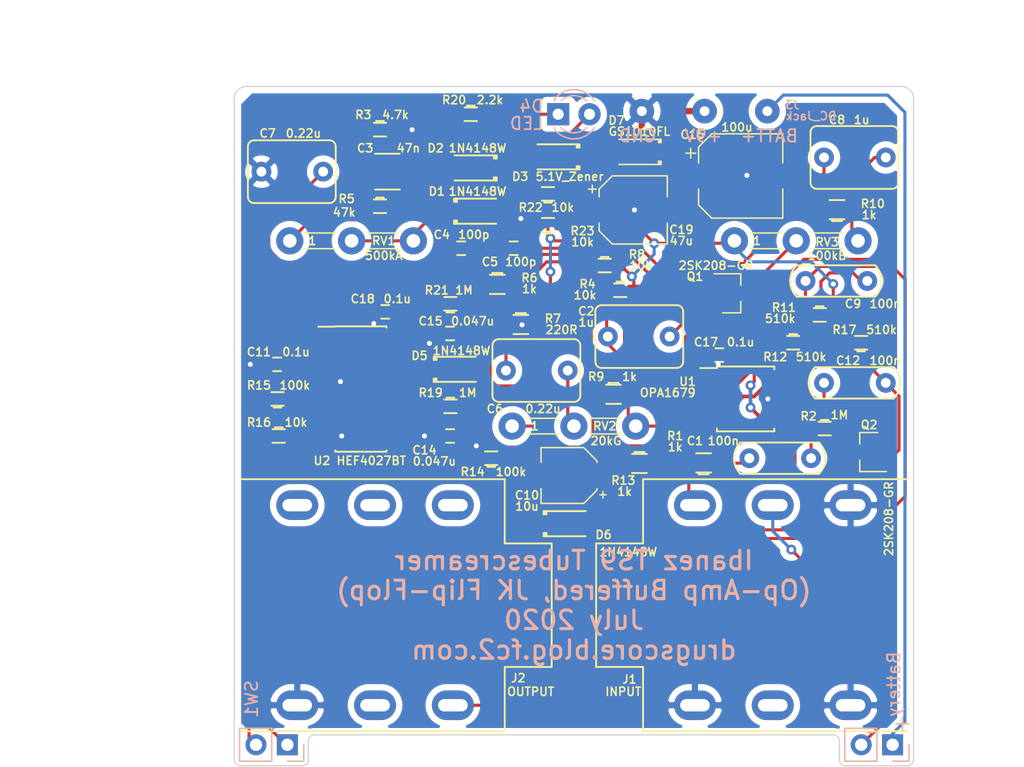
<source format=kicad_pcb>
(kicad_pcb (version 20171130) (host pcbnew "(5.1.6)-1")
  (layers (0 F.Cu signal) (31 B.Cu signal) (34 B.Paste user) (35 F.Paste user) (36 B.SilkS user) (37 F.SilkS user) (38 B.Mask user) (39 F.Mask user) (44 Edge.Cuts user))
  (net 0 "")
  (net 1 /BATT-)
  (net 2 "Net-(BT1-Pad1)")
  (net 3 "Net-(C1-Pad2)")
  (net 4 "Net-(C1-Pad1)")
  (net 5 "Net-(C2-Pad1)")
  (net 6 "Net-(C12-Pad2)")
  (net 7 "Net-(C3-Pad1)")
  (net 8 "Net-(C3-Pad2)")
  (net 9 "Net-(C4-Pad1)")
  (net 10 "Net-(C5-Pad1)")
  (net 11 "Net-(C6-Pad2)")
  (net 12 "Net-(C6-Pad1)")
  (net 13 "Net-(C7-Pad1)")
  (net 14 GND)
  (net 15 "Net-(C8-Pad2)")
  (net 16 "Net-(C8-Pad1)")
  (net 17 "Net-(C9-Pad1)")
  (net 18 "Net-(C9-Pad2)")
  (net 19 "Net-(C10-Pad1)")
  (net 20 "Net-(C10-Pad2)")
  (net 21 +9V)
  (net 22 "Net-(C12-Pad1)")
  (net 23 "Net-(C14-Pad2)")
  (net 24 "Net-(C15-Pad2)")
  (net 25 /4.5V)
  (net 26 "Net-(D3-Pad2)")
  (net 27 "Net-(D4-Pad1)")
  (net 28 "Net-(D5-Pad2)")
  (net 29 "Net-(D6-Pad2)")
  (net 30 "Net-(J1-PadRN)")
  (net 31 "Net-(J1-PadT)")
  (net 32 "Net-(J2-PadTN)")
  (net 33 "Net-(J2-PadR)")
  (net 34 "Net-(J2-PadRN)")
  (net 35 "Net-(J2-PadSN)")
  (net 36 "Net-(Q1-Pad1)")
  (net 37 "Net-(R5-Pad1)")
  (net 38 "Net-(R9-Pad2)")
  (net 39 "Net-(R10-Pad1)")
  (net 40 "Net-(R13-Pad2)")
  (net 41 "Net-(R15-Pad2)")
  (net 42 "Net-(R19-Pad1)")
  (net 43 "Net-(R20-Pad1)")
  (net 44 "Net-(U2-Pad14)")
  (net 45 "Net-(U2-Pad15)")
  (net 46 "Net-(C11-Pad2)")
  (module Connector_PinHeader_2.54mm:PinHeader_1x02_P2.54mm_Vertical (layer B.Cu) (at 176.3 121.3 90)
    (fp_text reference BT1 hide)
    (fp_text value Battery (at 4.9 0.1 90) (layer B.SilkS) (effects (justify mirror)))
    (pad 2 thru_hole oval (at 0 -2.54 90) (size 1.7 1.7) (drill 1) (layers *.Cu *.Mask) (net 1 /BATT-))
    (pad 1 thru_hole rect (at 0 0 90) (size 1.7 1.7) (drill 1) (layers *.Cu *.Mask) (net 2 "Net-(BT1-Pad1)"))
  )
  (module myFoot:my_C_Rect1_P5.00mm (layer F.Cu) (at 169.7 98.1 180)
    (fp_text reference C1 (at 9.4 1.4) (layer F.SilkS) (effects (font (size 0.67 0.67) (thickness 0.127))))
    (fp_text value 100n (at 7.1 1.4) (layer F.SilkS) (effects (font (size 0.67 0.67) (thickness 0.127))))
    (pad 2 thru_hole circle (at 5 0 180) (size 1.6 1.6) (drill 0.8) (layers *.Cu *.Mask) (net 3 "Net-(C1-Pad2)"))
    (pad 1 thru_hole circle (at 0 0 180) (size 1.6 1.6) (drill 0.8) (layers *.Cu *.Mask) (net 4 "Net-(C1-Pad1)"))
  )
  (module myFoot:my_C_Rect2_P5.00mm (layer F.Cu) (at 153.25 88.25)
    (fp_text reference C2 (at -1.75 -2.05) (layer F.SilkS) (effects (font (size 0.67 0.67) (thickness 0.127))))
    (fp_text value 1u (at -1.75 -1.15) (layer F.SilkS) (effects (font (size 0.67 0.67) (thickness 0.127))))
    (pad 2 thru_hole circle (at 5 0) (size 1.6 1.6) (drill 0.8) (layers *.Cu *.Mask) (net 6 "Net-(C12-Pad2)"))
    (pad 1 thru_hole circle (at 0 0) (size 1.6 1.6) (drill 0.8) (layers *.Cu *.Mask) (net 5 "Net-(C2-Pad1)"))
  )
  (module "myFoot:my_C_3225(1210)_HandSoldering" (layer F.Cu) (at 135.4 74.9 180)
    (fp_text reference C3 (at 1.8 1.9) (layer F.SilkS) (effects (font (size 0.67 0.67) (thickness 0.127))))
    (fp_text value 47n (at -1.7 1.9) (layer F.SilkS) (effects (font (size 0.67 0.67) (thickness 0.127))))
    (pad 2 smd roundrect (at 1.7 0 180) (size 1.4 2.5) (layers F.Cu F.Paste F.Mask) (net 8 "Net-(C3-Pad2)"))
    (pad 1 smd roundrect (at -1.7 0 180) (size 1.4 2.5) (layers F.Cu F.Paste F.Mask) (net 7 "Net-(C3-Pad1)"))
  )
  (module "myFoot:my_C_1608(0603)_HandSoldering" (layer F.Cu) (at 141.35 81.1 180)
    (fp_text reference C4 (at 1.55 1.1) (layer F.SilkS) (effects (font (size 0.67 0.67) (thickness 0.127))))
    (fp_text value 100p (at -1.05 1.1) (layer F.SilkS) (effects (font (size 0.67 0.67) (thickness 0.127))))
    (pad 2 smd roundrect (at 0.95 0 180) (size 1.2 0.75) (layers F.Cu F.Paste F.Mask) (net 7 "Net-(C3-Pad1)"))
    (pad 1 smd roundrect (at -0.95 0 180) (size 1.2 0.75) (layers F.Cu F.Paste F.Mask) (net 9 "Net-(C4-Pad1)"))
  )
  (module "myFoot:my_C_1608(0603)_HandSoldering" (layer F.Cu) (at 145.6 81.1 180)
    (fp_text reference C5 (at 1.9 -1.1) (layer F.SilkS) (effects (font (size 0.67 0.67) (thickness 0.127))))
    (fp_text value 100p (at -0.6 -1.1) (layer F.SilkS) (effects (font (size 0.67 0.67) (thickness 0.127))))
    (pad 2 smd roundrect (at 0.95 0 180) (size 1.2 0.75) (layers F.Cu F.Paste F.Mask) (net 9 "Net-(C4-Pad1)"))
    (pad 1 smd roundrect (at -0.95 0 180) (size 1.2 0.75) (layers F.Cu F.Paste F.Mask) (net 10 "Net-(C5-Pad1)"))
  )
  (module myFoot:my_C_Rect2_P5.00mm (layer F.Cu) (at 150 91 180)
    (fp_text reference C6 (at 5.9 -3.1) (layer F.SilkS) (effects (font (size 0.67 0.67) (thickness 0.127))))
    (fp_text value 0.22u (at 2 -3.1) (layer F.SilkS) (effects (font (size 0.67 0.67) (thickness 0.127))))
    (pad 2 thru_hole circle (at 5 0 180) (size 1.6 1.6) (drill 0.8) (layers *.Cu *.Mask) (net 11 "Net-(C6-Pad2)"))
    (pad 1 thru_hole circle (at 0 0 180) (size 1.6 1.6) (drill 0.8) (layers *.Cu *.Mask) (net 12 "Net-(C6-Pad1)"))
  )
  (module myFoot:my_C_Rect2_P5.00mm (layer F.Cu) (at 130.2 74.9 180)
    (fp_text reference C7 (at 4.5 3.1) (layer F.SilkS) (effects (font (size 0.67 0.67) (thickness 0.127))))
    (fp_text value 0.22u (at 1.6 3.1) (layer F.SilkS) (effects (font (size 0.67 0.67) (thickness 0.127))))
    (pad 2 thru_hole circle (at 5 0 180) (size 1.6 1.6) (drill 0.8) (layers *.Cu *.Mask) (net 14 GND))
    (pad 1 thru_hole circle (at 0 0 180) (size 1.6 1.6) (drill 0.8) (layers *.Cu *.Mask) (net 13 "Net-(C7-Pad1)"))
  )
  (module myFoot:my_C_Rect2_P5.00mm (layer F.Cu) (at 175.75 73.75 180)
    (fp_text reference C8 (at 3.95 3.05) (layer F.SilkS) (effects (font (size 0.67 0.67) (thickness 0.127))))
    (fp_text value 1u (at 1.95 3.05) (layer F.SilkS) (effects (font (size 0.67 0.67) (thickness 0.127))))
    (pad 2 thru_hole circle (at 5 0 180) (size 1.6 1.6) (drill 0.8) (layers *.Cu *.Mask) (net 15 "Net-(C8-Pad2)"))
    (pad 1 thru_hole circle (at 0 0 180) (size 1.6 1.6) (drill 0.8) (layers *.Cu *.Mask) (net 16 "Net-(C8-Pad1)"))
  )
  (module myFoot:my_C_Rect1_P5.00mm (layer F.Cu) (at 174.25 83.75 180)
    (fp_text reference C9 (at 1.15 -1.85) (layer F.SilkS) (effects (font (size 0.67 0.67) (thickness 0.127))))
    (fp_text value 100n (at -1.45 -1.85) (layer F.SilkS) (effects (font (size 0.67 0.67) (thickness 0.127))))
    (pad 2 thru_hole circle (at 5 0 180) (size 1.6 1.6) (drill 0.8) (layers *.Cu *.Mask) (net 18 "Net-(C9-Pad2)"))
    (pad 1 thru_hole circle (at 0 0 180) (size 1.6 1.6) (drill 0.8) (layers *.Cu *.Mask) (net 17 "Net-(C9-Pad1)"))
  )
  (module myFoot:my_C_Elec_4 (layer F.Cu) (at 150.1 99.5 180)
    (fp_text reference C10 (at 3.4 -1.6) (layer F.SilkS) (effects (font (size 0.67 0.67) (thickness 0.127))))
    (fp_text value 10u (at 3.4 -2.5) (layer F.SilkS) (effects (font (size 0.67 0.67) (thickness 0.127))))
    (pad 2 smd roundrect (at 1.8 0 180) (size 2.6 1.6) (layers F.Cu F.Paste F.Mask) (net 20 "Net-(C10-Pad2)"))
    (pad 1 smd roundrect (at -1.8 0 180) (size 2.6 1.6) (layers F.Cu F.Paste F.Mask) (net 19 "Net-(C10-Pad1)"))
  )
  (module myFoot:my_C_Rect1_P5.00mm (layer F.Cu) (at 175.75 92 180)
    (fp_text reference C12 (at 3.05 1.8) (layer F.SilkS) (effects (font (size 0.67 0.67) (thickness 0.127))))
    (fp_text value 100n (at 0.05 1.8) (layer F.SilkS) (effects (font (size 0.67 0.67) (thickness 0.127))))
    (pad 2 thru_hole circle (at 5 0 180) (size 1.6 1.6) (drill 0.8) (layers *.Cu *.Mask) (net 6 "Net-(C12-Pad2)"))
    (pad 1 thru_hole circle (at 0 0 180) (size 1.6 1.6) (drill 0.8) (layers *.Cu *.Mask) (net 22 "Net-(C12-Pad1)"))
  )
  (module "myFoot:my_C_1608(0603)_HandSoldering" (layer F.Cu) (at 140.5 96.3)
    (fp_text reference C14 (at -2.1 1.15) (layer F.SilkS) (effects (font (size 0.67 0.67) (thickness 0.127))))
    (fp_text value 0.047u (at -1.3 2.05) (layer F.SilkS) (effects (font (size 0.67 0.67) (thickness 0.127))))
    (pad 2 smd roundrect (at 0.95 0) (size 1.2 0.75) (layers F.Cu F.Paste F.Mask) (net 23 "Net-(C14-Pad2)"))
    (pad 1 smd roundrect (at -0.95 0) (size 1.2 0.75) (layers F.Cu F.Paste F.Mask) (net 14 GND))
  )
  (module "myFoot:my_C_1608(0603)_HandSoldering" (layer F.Cu) (at 140.5 88)
    (fp_text reference C15 (at -1.6 -1) (layer F.SilkS) (effects (font (size 0.67 0.67) (thickness 0.127))))
    (fp_text value 0.047u (at 1.8 -1) (layer F.SilkS) (effects (font (size 0.67 0.67) (thickness 0.127))))
    (pad 2 smd roundrect (at 0.95 0) (size 1.2 0.75) (layers F.Cu F.Paste F.Mask) (net 24 "Net-(C15-Pad2)"))
    (pad 1 smd roundrect (at -0.95 0) (size 1.2 0.75) (layers F.Cu F.Paste F.Mask) (net 14 GND))
  )
  (module myFoot:my_C_Elec_6.3 (layer F.Cu) (at 164 75.25)
    (fp_text reference C16 (at -3.9 -3.35) (layer F.SilkS) (effects (font (size 0.67 0.67) (thickness 0.127))))
    (fp_text value 100u (at -0.3 -3.95) (layer F.SilkS) (effects (font (size 0.67 0.67) (thickness 0.127))))
    (pad 2 smd roundrect (at 2.8 0) (size 3.5 1.6) (layers F.Cu F.Paste F.Mask) (roundrect_rratio 0.15625) (net 14 GND))
    (pad 1 smd roundrect (at -2.8 0) (size 3.5 1.6) (layers F.Cu F.Paste F.Mask) (roundrect_rratio 0.15625) (net 21 +9V))
  )
  (module "myFoot:my_C_1608(0603)_HandSoldering" (layer F.Cu) (at 162.3 89.75)
    (fp_text reference C17 (at -1.1 -1.05) (layer F.SilkS) (effects (font (size 0.67 0.67) (thickness 0.127))))
    (fp_text value 0.1u (at 1.7 -1.05) (layer F.SilkS) (effects (font (size 0.67 0.67) (thickness 0.127))))
    (pad 2 smd roundrect (at 0.95 0) (size 1.2 0.75) (layers F.Cu F.Paste F.Mask) (net 21 +9V))
    (pad 1 smd roundrect (at -0.95 0) (size 1.2 0.75) (layers F.Cu F.Paste F.Mask) (net 14 GND))
  )
  (module "myFoot:my_C_1608(0603)_HandSoldering" (layer F.Cu) (at 135.25 86.25)
    (fp_text reference C18 (at -1.85 -1.05) (layer F.SilkS) (effects (font (size 0.67 0.67) (thickness 0.127))))
    (fp_text value 0.1u (at 0.95 -1.05) (layer F.SilkS) (effects (font (size 0.67 0.67) (thickness 0.127))))
    (pad 2 smd roundrect (at 0.95 0) (size 1.2 0.75) (layers F.Cu F.Paste F.Mask) (net 21 +9V))
    (pad 1 smd roundrect (at -0.95 0) (size 1.2 0.75) (layers F.Cu F.Paste F.Mask) (net 14 GND))
  )
  (module myFoot:my_D_SOD-123 (layer F.Cu) (at 142.55 78.1)
    (fp_text reference D1 (at -3.15 -1.6) (layer F.SilkS) (effects (font (size 0.67 0.67) (thickness 0.127))))
    (fp_text value 1N4148W (at 0.15 -1.6) (layer F.SilkS) (effects (font (size 0.67 0.67) (thickness 0.127))))
    (pad 2 smd roundrect (at 1.8 0) (size 1.2 1) (layers F.Cu F.Paste F.Mask) (net 10 "Net-(C5-Pad1)"))
    (pad 1 smd roundrect (at -1.8 0) (size 1.2 1) (layers F.Cu F.Paste F.Mask) (net 7 "Net-(C3-Pad1)"))
  )
  (module myFoot:my_D_SOD-123 (layer F.Cu) (at 142.5 74.6 180)
    (fp_text reference D2 (at 3.2 1.6) (layer F.SilkS) (effects (font (size 0.67 0.67) (thickness 0.127))))
    (fp_text value 1N4148W (at -0.2 1.6) (layer F.SilkS) (effects (font (size 0.67 0.67) (thickness 0.127))))
    (pad 2 smd roundrect (at 1.8 0 180) (size 1.2 1) (layers F.Cu F.Paste F.Mask) (net 7 "Net-(C3-Pad1)"))
    (pad 1 smd roundrect (at -1.8 0 180) (size 1.2 1) (layers F.Cu F.Paste F.Mask) (net 10 "Net-(C5-Pad1)"))
  )
  (module myFoot:my_D_SOD-123 (layer F.Cu) (at 149.2 73.7 180)
    (fp_text reference D3 (at 3.05 -1.6) (layer F.SilkS) (effects (font (size 0.67 0.67) (thickness 0.127))))
    (fp_text value 5.1V_Zener (at -0.95 -1.6) (layer F.SilkS) (effects (font (size 0.67 0.67) (thickness 0.127))))
    (pad 2 smd roundrect (at 1.8 0 180) (size 1.2 1) (layers F.Cu F.Paste F.Mask) (net 26 "Net-(D3-Pad2)"))
    (pad 1 smd roundrect (at -1.8 0 180) (size 1.2 1) (layers F.Cu F.Paste F.Mask) (net 21 +9V))
  )
  (module LED_THT:LED_D3.0mm (layer B.Cu) (at 149.225 70.25)
    (fp_text reference D4 (at -2.16 -0.65) (layer B.SilkS) (effects (justify mirror)))
    (fp_text value LED (at -2.56 0.75) (layer B.SilkS) (effects (justify mirror)))
    (pad 2 thru_hole circle (at 2.54 0) (size 1.8 1.8) (drill 0.9) (layers *.Cu *.Mask) (net 26 "Net-(D3-Pad2)"))
    (pad 1 thru_hole rect (at 0 0) (size 1.8 1.8) (drill 0.9) (layers *.Cu *.Mask) (net 27 "Net-(D4-Pad1)"))
  )
  (module myFoot:my_D_SOD-123 (layer F.Cu) (at 140.9 90.9)
    (fp_text reference D5 (at -2.9 -1.1) (layer F.SilkS) (effects (font (size 0.67 0.67) (thickness 0.127))))
    (fp_text value 1N4148W (at 0.5 -1.5) (layer F.SilkS) (effects (font (size 0.67 0.67) (thickness 0.127))))
    (pad 2 smd roundrect (at 1.8 0) (size 1.2 1) (layers F.Cu F.Paste F.Mask) (net 28 "Net-(D5-Pad2)"))
    (pad 1 smd roundrect (at -1.8 0) (size 1.2 1) (layers F.Cu F.Paste F.Mask) (net 24 "Net-(C15-Pad2)"))
  )
  (module myFoot:my_D_SOD-123 (layer F.Cu) (at 149.8 103.4)
    (fp_text reference D6 (at 3.1 0.9) (layer F.SilkS) (effects (font (size 0.67 0.67) (thickness 0.127))))
    (fp_text value 1N4148W (at 5.1 2.3) (layer F.SilkS) (effects (font (size 0.67 0.67) (thickness 0.127))))
    (pad 2 smd roundrect (at 1.8 0) (size 1.2 1) (layers F.Cu F.Paste F.Mask) (net 29 "Net-(D6-Pad2)"))
    (pad 1 smd roundrect (at -1.8 0) (size 1.2 1) (layers F.Cu F.Paste F.Mask) (net 23 "Net-(C14-Pad2)"))
  )
  (module myFoot:my_D_GS1010FL (layer F.Cu) (at 155.8 73.3 180)
    (fp_text reference D7 (at 1.85 2.55) (layer F.SilkS) (effects (font (size 0.67 0.67) (thickness 0.127))))
    (fp_text value GS1010FL (at 0 1.65) (layer F.SilkS) (effects (font (size 0.67 0.67) (thickness 0.127))))
    (pad 2 smd roundrect (at 1.8 0 180) (size 1.2 1.2) (layers F.Cu F.Paste F.Mask) (net 14 GND))
    (pad 1 smd roundrect (at -1.8 0 180) (size 1.2 1.2) (layers F.Cu F.Paste F.Mask) (net 21 +9V))
  )
  (module myFoot:my_pot (layer B.Cu) (at 161.08 70)
    (fp_text reference J3 (at 7.12 -0.5) (layer B.SilkS) (effects (font (size 0.67 0.67) (thickness 0.127)) (justify mirror)))
    (fp_text value DC_Jack (at 8.62 0.4) (layer B.SilkS) (effects (font (size 0.67 0.67) (thickness 0.127)) (justify mirror)))
    (pad 3 thru_hole circle (at 5.08 0) (size 1.99898 1.99898) (drill 0.8001) (layers *.Cu *.Mask) (net 2 "Net-(BT1-Pad1)"))
    (pad 1 thru_hole circle (at -5.08 0) (size 1.99898 1.99898) (drill 0.8001) (layers *.Cu *.Mask) (net 14 GND))
    (pad 2 thru_hole circle (at 0 0) (size 1.99898 1.99898) (drill 0.8001) (layers *.Cu *.Mask) (net 21 +9V))
  )
  (module myFoot:my_SOT-23 (layer F.Cu) (at 163.25 84.75)
    (fp_text reference Q1 (at -2.95 -1.35) (layer F.SilkS) (effects (font (size 0.67 0.67) (thickness 0.127))))
    (fp_text value 2SK208-GR (at -1.25 -2.25) (layer F.SilkS) (effects (font (size 0.67 0.67) (thickness 0.127))))
    (pad 3 smd roundrect (at 1.3 0) (size 1.5 0.8) (layers F.Cu F.Paste F.Mask) (net 29 "Net-(D6-Pad2)"))
    (pad 2 smd roundrect (at -1.3 0.95) (size 1.5 0.8) (layers F.Cu F.Paste F.Mask) (net 18 "Net-(C9-Pad2)"))
    (pad 1 smd roundrect (at -1.3 -0.95) (size 1.5 0.8) (layers F.Cu F.Paste F.Mask) (net 36 "Net-(Q1-Pad1)"))
  )
  (module myFoot:my_SOT-23 (layer F.Cu) (at 174.4 97.6 180)
    (fp_text reference Q2 (at 0 2.2) (layer F.SilkS) (effects (font (size 0.67 0.67) (thickness 0.127))))
    (fp_text value 2SK208-GR (at -1.6 -5.4 90) (layer F.SilkS) (effects (font (size 0.67 0.67) (thickness 0.127))))
    (pad 3 smd roundrect (at 1.3 0 180) (size 1.5 0.8) (layers F.Cu F.Paste F.Mask) (net 28 "Net-(D5-Pad2)"))
    (pad 2 smd roundrect (at -1.3 0.95 180) (size 1.5 0.8) (layers F.Cu F.Paste F.Mask) (net 18 "Net-(C9-Pad2)"))
    (pad 1 smd roundrect (at -1.3 -0.95 180) (size 1.5 0.8) (layers F.Cu F.Paste F.Mask) (net 22 "Net-(C12-Pad1)"))
  )
  (module "myFoot:my_R_2012(0805)_HandSoldering" (layer F.Cu) (at 161 98.5 180)
    (fp_text reference R1 (at 2.3 2.2) (layer F.SilkS) (effects (font (size 0.67 0.67) (thickness 0.127))))
    (fp_text value 1k (at 2.3 1.3) (layer F.SilkS) (effects (font (size 0.67 0.67) (thickness 0.127))))
    (pad 2 smd roundrect (at 1.2 0 180) (size 1.2 1.3) (layers F.Cu F.Paste F.Mask) (net 31 "Net-(J1-PadT)"))
    (pad 1 smd roundrect (at -1.2 0 180) (size 1.2 1.3) (layers F.Cu F.Paste F.Mask) (net 3 "Net-(C1-Pad2)"))
  )
  (module "myFoot:my_R_1608(0603)_HandSoldering" (layer F.Cu) (at 170.8 95.7)
    (fp_text reference R2 (at -1.3 -1) (layer F.SilkS) (effects (font (size 0.67 0.67) (thickness 0.127))))
    (fp_text value 1M (at 1.2 -1.1) (layer F.SilkS) (effects (font (size 0.67 0.67) (thickness 0.127))))
    (pad 2 smd roundrect (at 1.1 0) (size 1.2 0.9) (layers F.Cu F.Paste F.Mask) (net 25 /4.5V))
    (pad 1 smd roundrect (at -1.1 0) (size 1.2 0.9) (layers F.Cu F.Paste F.Mask) (net 4 "Net-(C1-Pad1)"))
  )
  (module "myFoot:my_R_1608(0603)_HandSoldering" (layer F.Cu) (at 134.8 71.5)
    (fp_text reference R3 (at -1.35 -1.2) (layer F.SilkS) (effects (font (size 0.67 0.67) (thickness 0.127))))
    (fp_text value 4.7k (at 1.25 -1.2) (layer F.SilkS) (effects (font (size 0.67 0.67) (thickness 0.127))))
    (pad 2 smd roundrect (at 1.1 0) (size 1.2 0.9) (layers F.Cu F.Paste F.Mask) (net 14 GND))
    (pad 1 smd roundrect (at -1.1 0) (size 1.2 0.9) (layers F.Cu F.Paste F.Mask) (net 8 "Net-(C3-Pad2)"))
  )
  (module "myFoot:my_R_1608(0603)_HandSoldering" (layer F.Cu) (at 154.25 84.5)
    (fp_text reference R4 (at -2.65 -0.5) (layer F.SilkS) (effects (font (size 0.67 0.67) (thickness 0.127))))
    (fp_text value 10k (at -2.85 0.4) (layer F.SilkS) (effects (font (size 0.67 0.67) (thickness 0.127))))
    (pad 2 smd roundrect (at 1.1 0) (size 1.2 0.9) (layers F.Cu F.Paste F.Mask) (net 25 /4.5V))
    (pad 1 smd roundrect (at -1.1 0) (size 1.2 0.9) (layers F.Cu F.Paste F.Mask) (net 5 "Net-(C2-Pad1)"))
  )
  (module "myFoot:my_R_1608(0603)_HandSoldering" (layer F.Cu) (at 134.8 77.7)
    (fp_text reference R5 (at -2.7 -0.6) (layer F.SilkS) (effects (font (size 0.67 0.67) (thickness 0.127))))
    (fp_text value 47k (at -2.9 0.5) (layer F.SilkS) (effects (font (size 0.67 0.67) (thickness 0.127))))
    (pad 2 smd roundrect (at 1.1 0) (size 1.2 0.9) (layers F.Cu F.Paste F.Mask) (net 7 "Net-(C3-Pad1)"))
    (pad 1 smd roundrect (at -1.1 0) (size 1.2 0.9) (layers F.Cu F.Paste F.Mask) (net 37 "Net-(R5-Pad1)"))
  )
  (module "myFoot:my_R_2012(0805)_HandSoldering" (layer F.Cu) (at 144.3 84)
    (fp_text reference R6 (at 2.6 -0.5) (layer F.SilkS) (effects (font (size 0.67 0.67) (thickness 0.127))))
    (fp_text value 1k (at 2.6 0.4) (layer F.SilkS) (effects (font (size 0.67 0.67) (thickness 0.127))))
    (pad 2 smd roundrect (at 1.2 0) (size 1.2 1.3) (layers F.Cu F.Paste F.Mask) (net 10 "Net-(C5-Pad1)"))
    (pad 1 smd roundrect (at -1.2 0) (size 1.2 1.3) (layers F.Cu F.Paste F.Mask) (net 13 "Net-(C7-Pad1)"))
  )
  (module "myFoot:my_R_2012(0805)_HandSoldering" (layer F.Cu) (at 146.2 87.25)
    (fp_text reference R7 (at 2.6 -0.45) (layer F.SilkS) (effects (font (size 0.67 0.67) (thickness 0.127))))
    (fp_text value 220R (at 3.3 0.45) (layer F.SilkS) (effects (font (size 0.67 0.67) (thickness 0.127))))
    (pad 2 smd roundrect (at 1.2 0) (size 1.2 1.3) (layers F.Cu F.Paste F.Mask) (net 14 GND))
    (pad 1 smd roundrect (at -1.2 0) (size 1.2 1.3) (layers F.Cu F.Paste F.Mask) (net 11 "Net-(C6-Pad2)"))
  )
  (module "myFoot:my_R_1608(0603)_HandSoldering" (layer F.Cu) (at 153 82.5)
    (fp_text reference R8 (at 2.6 -0.9) (layer F.SilkS) (effects (font (size 0.67 0.67) (thickness 0.127))))
    (fp_text value 10k (at 2.9 0) (layer F.SilkS) (effects (font (size 0.67 0.67) (thickness 0.127))))
    (pad 2 smd roundrect (at 1.1 0) (size 1.2 0.9) (layers F.Cu F.Paste F.Mask) (net 25 /4.5V))
    (pad 1 smd roundrect (at -1.1 0) (size 1.2 0.9) (layers F.Cu F.Paste F.Mask) (net 13 "Net-(C7-Pad1)"))
  )
  (module "myFoot:my_R_2012(0805)_HandSoldering" (layer F.Cu) (at 153.7 92.9)
    (fp_text reference R9 (at -1.4 -1.4) (layer F.SilkS) (effects (font (size 0.67 0.67) (thickness 0.127))))
    (fp_text value 1k (at 1.3 -1.4) (layer F.SilkS) (effects (font (size 0.67 0.67) (thickness 0.127))))
    (pad 2 smd roundrect (at 1.2 0) (size 1.2 1.3) (layers F.Cu F.Paste F.Mask) (net 38 "Net-(R9-Pad2)"))
    (pad 1 smd roundrect (at -1.2 0) (size 1.2 1.3) (layers F.Cu F.Paste F.Mask) (net 15 "Net-(C8-Pad2)"))
  )
  (module "myFoot:my_R_2012(0805)_HandSoldering" (layer F.Cu) (at 171.8 78 180)
    (fp_text reference R10 (at -2.9 0.5) (layer F.SilkS) (effects (font (size 0.67 0.67) (thickness 0.127))))
    (fp_text value 1k (at -2.6 -0.4) (layer F.SilkS) (effects (font (size 0.67 0.67) (thickness 0.127))))
    (pad 2 smd roundrect (at 1.2 0 180) (size 1.2 1.3) (layers F.Cu F.Paste F.Mask) (net 16 "Net-(C8-Pad1)"))
    (pad 1 smd roundrect (at -1.2 0 180) (size 1.2 1.3) (layers F.Cu F.Paste F.Mask) (net 39 "Net-(R10-Pad1)"))
  )
  (module "myFoot:my_R_1608(0603)_HandSoldering" (layer F.Cu) (at 170.4 86.5)
    (fp_text reference R11 (at -2.9 -0.6) (layer F.SilkS) (effects (font (size 0.67 0.67) (thickness 0.127))))
    (fp_text value 510k (at -3.2 0.3) (layer F.SilkS) (effects (font (size 0.67 0.67) (thickness 0.127))))
    (pad 2 smd roundrect (at 1.1 0) (size 1.2 0.9) (layers F.Cu F.Paste F.Mask) (net 25 /4.5V))
    (pad 1 smd roundrect (at -1.1 0) (size 1.2 0.9) (layers F.Cu F.Paste F.Mask) (net 18 "Net-(C9-Pad2)"))
  )
  (module "myFoot:my_R_1608(0603)_HandSoldering" (layer F.Cu) (at 168.25 88.75)
    (fp_text reference R12 (at -1.45 1.15) (layer F.SilkS) (effects (font (size 0.67 0.67) (thickness 0.127))))
    (fp_text value 510k (at 1.45 1.15) (layer F.SilkS) (effects (font (size 0.67 0.67) (thickness 0.127))))
    (pad 2 smd roundrect (at 1.1 0) (size 1.2 0.9) (layers F.Cu F.Paste F.Mask) (net 25 /4.5V))
    (pad 1 smd roundrect (at -1.1 0) (size 1.2 0.9) (layers F.Cu F.Paste F.Mask) (net 17 "Net-(C9-Pad1)"))
  )
  (module "myFoot:my_R_2012(0805)_HandSoldering" (layer F.Cu) (at 155.8 98.5)
    (fp_text reference R13 (at -1.3 1.4) (layer F.SilkS) (effects (font (size 0.67 0.67) (thickness 0.127))))
    (fp_text value 1k (at -1.2 2.3) (layer F.SilkS) (effects (font (size 0.67 0.67) (thickness 0.127))))
    (pad 2 smd roundrect (at 1.2 0) (size 1.2 1.3) (layers F.Cu F.Paste F.Mask) (net 40 "Net-(R13-Pad2)"))
    (pad 1 smd roundrect (at -1.2 0) (size 1.2 1.3) (layers F.Cu F.Paste F.Mask) (net 19 "Net-(C10-Pad1)"))
  )
  (module "myFoot:my_R_1608(0603)_HandSoldering" (layer F.Cu) (at 143.8 98.1 180)
    (fp_text reference R14 (at 1.5 -1.1) (layer F.SilkS) (effects (font (size 0.67 0.67) (thickness 0.127))))
    (fp_text value 100k (at -1.6 -1.1) (layer F.SilkS) (effects (font (size 0.67 0.67) (thickness 0.127))))
    (pad 2 smd roundrect (at 1.1 0 180) (size 1.2 0.9) (layers F.Cu F.Paste F.Mask) (net 14 GND))
    (pad 1 smd roundrect (at -1.1 0 180) (size 1.2 0.9) (layers F.Cu F.Paste F.Mask) (net 20 "Net-(C10-Pad2)"))
  )
  (module "myFoot:my_R_1608(0603)_HandSoldering" (layer F.Cu) (at 126.6 96.3)
    (fp_text reference R16 (at -1.6 -1.1) (layer F.SilkS) (effects (font (size 0.67 0.67) (thickness 0.127))))
    (fp_text value 10k (at 1.4 -1.1) (layer F.SilkS) (effects (font (size 0.67 0.67) (thickness 0.127))))
    (pad 2 smd roundrect (at 1.1 0) (size 1.2 0.9) (layers F.Cu F.Paste F.Mask) (net 14 GND))
    (pad 1 smd roundrect (at -1.1 0) (size 1.2 0.9) (layers F.Cu F.Paste F.Mask) (net 41 "Net-(R15-Pad2)"))
  )
  (module "myFoot:my_R_1608(0603)_HandSoldering" (layer F.Cu) (at 173.75 88.75 180)
    (fp_text reference R17 (at 1.35 1.05) (layer F.SilkS) (effects (font (size 0.67 0.67) (thickness 0.127))))
    (fp_text value 510k (at -1.65 1.05) (layer F.SilkS) (effects (font (size 0.67 0.67) (thickness 0.127))))
    (pad 2 smd roundrect (at 1.1 0 180) (size 1.2 0.9) (layers F.Cu F.Paste F.Mask) (net 25 /4.5V))
    (pad 1 smd roundrect (at -1.1 0 180) (size 1.2 0.9) (layers F.Cu F.Paste F.Mask) (net 22 "Net-(C12-Pad1)"))
  )
  (module "myFoot:my_R_1608(0603)_HandSoldering" (layer F.Cu) (at 140.5 93.9)
    (fp_text reference R19 (at -1.6 -1.1) (layer F.SilkS) (effects (font (size 0.67 0.67) (thickness 0.127))))
    (fp_text value 1M (at 1.4 -1.1) (layer F.SilkS) (effects (font (size 0.67 0.67) (thickness 0.127))))
    (pad 2 smd roundrect (at 1.1 0) (size 1.2 0.9) (layers F.Cu F.Paste F.Mask) (net 23 "Net-(C14-Pad2)"))
    (pad 1 smd roundrect (at -1.1 0) (size 1.2 0.9) (layers F.Cu F.Paste F.Mask) (net 42 "Net-(R19-Pad1)"))
  )
  (module "myFoot:my_R_1608(0603)_HandSoldering" (layer F.Cu) (at 142.15 70.25)
    (fp_text reference R20 (at -1.35 -1.15) (layer F.SilkS) (effects (font (size 0.67 0.67) (thickness 0.127))))
    (fp_text value 2.2k (at 1.55 -1.15) (layer F.SilkS) (effects (font (size 0.67 0.67) (thickness 0.127))))
    (pad 2 smd roundrect (at 1.1 0) (size 1.2 0.9) (layers F.Cu F.Paste F.Mask) (net 27 "Net-(D4-Pad1)"))
    (pad 1 smd roundrect (at -1.1 0) (size 1.2 0.9) (layers F.Cu F.Paste F.Mask) (net 43 "Net-(R20-Pad1)"))
  )
  (module "myFoot:my_R_1608(0603)_HandSoldering" (layer F.Cu) (at 140.495 85.6 180)
    (fp_text reference R21 (at 1.095 1.1) (layer F.SilkS) (effects (font (size 0.67 0.67) (thickness 0.127))))
    (fp_text value 1M (at -1.105 1.1) (layer F.SilkS) (effects (font (size 0.67 0.67) (thickness 0.127))))
    (pad 2 smd roundrect (at 1.1 0 180) (size 1.2 0.9) (layers F.Cu F.Paste F.Mask) (net 43 "Net-(R20-Pad1)"))
    (pad 1 smd roundrect (at -1.1 0 180) (size 1.2 0.9) (layers F.Cu F.Paste F.Mask) (net 24 "Net-(C15-Pad2)"))
  )
  (module "myFoot:my_R_1608(0603)_HandSoldering" (layer F.Cu) (at 148.4 76.7 180)
    (fp_text reference R22 (at 1.4 -1.1) (layer F.SilkS) (effects (font (size 0.67 0.67) (thickness 0.127))))
    (fp_text value 10k (at -1.2 -1.1) (layer F.SilkS) (effects (font (size 0.67 0.67) (thickness 0.127))))
    (pad 2 smd roundrect (at 1.1 0 180) (size 1.2 0.9) (layers F.Cu F.Paste F.Mask) (net 21 +9V))
    (pad 1 smd roundrect (at -1.1 0 180) (size 1.2 0.9) (layers F.Cu F.Paste F.Mask) (net 25 /4.5V))
  )
  (module "myFoot:my_R_1608(0603)_HandSoldering" (layer F.Cu) (at 148.4 79.2 180)
    (fp_text reference R23 (at -2.8 -0.5) (layer F.SilkS) (effects (font (size 0.67 0.67) (thickness 0.127))))
    (fp_text value 10k (at -2.8 -1.4) (layer F.SilkS) (effects (font (size 0.67 0.67) (thickness 0.127))))
    (pad 2 smd roundrect (at 1.1 0 180) (size 1.2 0.9) (layers F.Cu F.Paste F.Mask) (net 14 GND))
    (pad 1 smd roundrect (at -1.1 0 180) (size 1.2 0.9) (layers F.Cu F.Paste F.Mask) (net 25 /4.5V))
  )
  (module Connector_PinHeader_2.54mm:PinHeader_1x02_P2.54mm_Vertical (layer B.Cu) (at 127.3 121.3 90)
    (fp_text reference SW1 (at 3.7 -2.9 270) (layer B.SilkS) (effects (justify mirror)))
    (fp_text value SW_Push)
    (pad 2 thru_hole oval (at 0 -2.54 90) (size 1.7 1.7) (drill 1) (layers *.Cu *.Mask) (net 41 "Net-(R15-Pad2)"))
    (pad 1 thru_hole rect (at 0 0 90) (size 1.7 1.7) (drill 1) (layers *.Cu *.Mask) (net 21 +9V))
  )
  (module myFoot:my_TSSOP-14 (layer F.Cu) (at 164.4 93.3)
    (fp_text reference U1 (at -4.7 -1.4) (layer F.SilkS) (effects (font (size 0.67 0.67) (thickness 0.127))))
    (fp_text value OPA1679 (at -6.3 -0.5) (layer F.SilkS) (effects (font (size 0.67 0.67) (thickness 0.127))))
    (pad 14 smd roundrect (at 3.15 -1.95) (size 1.65 0.45) (layers F.Cu F.Paste F.Mask) (net 40 "Net-(R13-Pad2)"))
    (pad 13 smd roundrect (at 3.15 -1.3) (size 1.65 0.45) (layers F.Cu F.Paste F.Mask) (net 40 "Net-(R13-Pad2)"))
    (pad 12 smd roundrect (at 3.15 -0.65) (size 1.65 0.45) (layers F.Cu F.Paste F.Mask) (net 17 "Net-(C9-Pad1)"))
    (pad 11 smd roundrect (at 3.15 0) (size 1.65 0.45) (layers F.Cu F.Paste F.Mask) (net 14 GND))
    (pad 10 smd roundrect (at 3.15 0.65) (size 1.65 0.45) (layers F.Cu F.Paste F.Mask) (net 4 "Net-(C1-Pad1)"))
    (pad 9 smd roundrect (at 3.15 1.3) (size 1.65 0.45) (layers F.Cu F.Paste F.Mask) (net 6 "Net-(C12-Pad2)"))
    (pad 8 smd roundrect (at 3.15 1.95) (size 1.65 0.45) (layers F.Cu F.Paste F.Mask) (net 6 "Net-(C12-Pad2)"))
    (pad 7 smd roundrect (at -3.15 1.95) (size 1.65 0.45) (layers F.Cu F.Paste F.Mask) (net 15 "Net-(C8-Pad2)"))
    (pad 6 smd roundrect (at -3.15 1.3) (size 1.65 0.45) (layers F.Cu F.Paste F.Mask) (net 38 "Net-(R9-Pad2)"))
    (pad 5 smd roundrect (at -3.15 0.65) (size 1.65 0.45) (layers F.Cu F.Paste F.Mask) (net 13 "Net-(C7-Pad1)"))
    (pad 4 smd roundrect (at -3.15 0) (size 1.65 0.45) (layers F.Cu F.Paste F.Mask) (net 21 +9V))
    (pad 3 smd roundrect (at -3.15 -0.65) (size 1.65 0.45) (layers F.Cu F.Paste F.Mask) (net 5 "Net-(C2-Pad1)"))
    (pad 2 smd roundrect (at -3.15 -1.3) (size 1.65 0.45) (layers F.Cu F.Paste F.Mask) (net 7 "Net-(C3-Pad1)"))
    (pad 1 smd roundrect (at -3.15 -1.95) (size 1.65 0.45) (layers F.Cu F.Paste F.Mask) (net 10 "Net-(C5-Pad1)"))
  )
  (module myFoot:my_SOIC-16_3.9x9.9mm_Pitch1.27mm (layer F.Cu) (at 133.25 92.5)
    (fp_text reference U2 (at -3.15 5.8) (layer F.SilkS) (effects (font (size 0.67 0.67) (thickness 0.127))))
    (fp_text value HEF4027BT (at 0.85 5.8) (layer F.SilkS) (effects (font (size 0.67 0.67) (thickness 0.127))))
    (pad 16 smd roundrect (at 2.9 -4.445) (size 1.5 0.6) (layers F.Cu F.Paste F.Mask) (net 21 +9V))
    (pad 15 smd roundrect (at 2.9 -3.175) (size 1.5 0.6) (layers F.Cu F.Paste F.Mask) (net 45 "Net-(U2-Pad15)"))
    (pad 14 smd roundrect (at 2.9 -1.905) (size 1.5 0.6) (layers F.Cu F.Paste F.Mask) (net 44 "Net-(U2-Pad14)"))
    (pad 13 smd roundrect (at 2.9 -0.635) (size 1.5 0.6) (layers F.Cu F.Paste F.Mask) (net 21 +9V))
    (pad 12 smd roundrect (at 2.9 0.635) (size 1.5 0.6) (layers F.Cu F.Paste F.Mask) (net 21 +9V))
    (pad 11 smd roundrect (at 2.9 1.905) (size 1.5 0.6) (layers F.Cu F.Paste F.Mask) (net 21 +9V))
    (pad 10 smd roundrect (at 2.9 3.175) (size 1.5 0.6) (layers F.Cu F.Paste F.Mask) (net 21 +9V))
    (pad 9 smd roundrect (at 2.9 4.445) (size 1.5 0.6) (layers F.Cu F.Paste F.Mask) (net 21 +9V))
    (pad 8 smd roundrect (at -2.9 4.445) (size 1.5 0.6) (layers F.Cu F.Paste F.Mask) (net 14 GND))
    (pad 7 smd roundrect (at -2.9 3.175) (size 1.5 0.6) (layers F.Cu F.Paste F.Mask) (net 14 GND))
    (pad 6 smd roundrect (at -2.9 1.905) (size 1.5 0.6) (layers F.Cu F.Paste F.Mask) (net 21 +9V))
    (pad 5 smd roundrect (at -2.9 0.635) (size 1.5 0.6) (layers F.Cu F.Paste F.Mask) (net 21 +9V))
    (pad 4 smd roundrect (at -2.9 -0.635) (size 1.5 0.6) (layers F.Cu F.Paste F.Mask) (net 14 GND))
    (pad 3 smd roundrect (at -2.9 -1.905) (size 1.5 0.6) (layers F.Cu F.Paste F.Mask) (net 46 "Net-(C11-Pad2)"))
    (pad 2 smd roundrect (at -2.9 -3.175) (size 1.5 0.6) (layers F.Cu F.Paste F.Mask) (net 42 "Net-(R19-Pad1)"))
    (pad 1 smd roundrect (at -2.9 -4.445) (size 1.5 0.6) (layers F.Cu F.Paste F.Mask) (net 43 "Net-(R20-Pad1)"))
  )
  (module myFoot:my_pot_5mm (layer F.Cu) (at 132.5 80.5)
    (fp_text reference RV1 (at 2.6 0) (layer F.SilkS) (effects (font (size 0.67 0.67) (thickness 0.127))))
    (fp_text value 500kA (at 2.6 1.2) (layer F.SilkS) (effects (font (size 0.67 0.67) (thickness 0.127))))
    (fp_text user 1 (at -3.175 0) (layer F.SilkS) (effects (font (size 0.67 0.67) (thickness 0.127))))
    (pad 3 thru_hole circle (at 5.0038 0) (size 2.2 2.2) (drill 1.1) (layers *.Cu *.Mask) (net 10 "Net-(C5-Pad1)"))
    (pad 1 thru_hole circle (at -5.0038 0) (size 2.2 2.2) (drill 1.1) (layers *.Cu *.Mask) (net 37 "Net-(R5-Pad1)"))
    (pad 2 thru_hole circle (at 0 0) (size 2.2 2.2) (drill 1.1) (layers *.Cu *.Mask) (net 10 "Net-(C5-Pad1)"))
  )
  (module myFoot:my_pot_5mm (layer F.Cu) (at 150.5 95.5)
    (fp_text reference RV2 (at 2.5 0) (layer F.SilkS) (effects (font (size 0.67 0.67) (thickness 0.127))))
    (fp_text value 20kG (at 2.6 1.2) (layer F.SilkS) (effects (font (size 0.67 0.67) (thickness 0.127))))
    (fp_text user 1 (at -3.175 0) (layer F.SilkS) (effects (font (size 0.67 0.67) (thickness 0.127))))
    (pad 3 thru_hole circle (at 5.0038 0) (size 2.2 2.2) (drill 1.1) (layers *.Cu *.Mask) (net 38 "Net-(R9-Pad2)"))
    (pad 1 thru_hole circle (at -5.0038 0) (size 2.2 2.2) (drill 1.1) (layers *.Cu *.Mask) (net 13 "Net-(C7-Pad1)"))
    (pad 2 thru_hole circle (at 0 0) (size 2.2 2.2) (drill 1.1) (layers *.Cu *.Mask) (net 12 "Net-(C6-Pad1)"))
  )
  (module myFoot:my_pot_5mm (layer F.Cu) (at 168.5 80.5)
    (fp_text reference RV3 (at 2.5 0.1) (layer F.SilkS) (effects (font (size 0.67 0.67) (thickness 0.127))))
    (fp_text value 100kB (at 2.5 1.2) (layer F.SilkS) (effects (font (size 0.67 0.67) (thickness 0.127))))
    (fp_text user 1 (at -3.175 0) (layer F.SilkS) (effects (font (size 0.67 0.67) (thickness 0.127))))
    (pad 3 thru_hole circle (at 5.0038 0) (size 2.2 2.2) (drill 1.1) (layers *.Cu *.Mask) (net 39 "Net-(R10-Pad1)"))
    (pad 1 thru_hole circle (at -5.0038 0) (size 2.2 2.2) (drill 1.1) (layers *.Cu *.Mask) (net 25 /4.5V))
    (pad 2 thru_hole circle (at 0 0) (size 2.2 2.2) (drill 1.1) (layers *.Cu *.Mask) (net 36 "Net-(Q1-Pad1)"))
  )
  (module myFoot:my_C_Elec_5 (layer F.Cu) (at 155.3 78)
    (fp_text reference C19 (at 3.9 1.6) (layer F.SilkS) (effects (font (size 0.67 0.67) (thickness 0.127))))
    (fp_text value 47u (at 3.9 2.5) (layer F.SilkS) (effects (font (size 0.67 0.67) (thickness 0.127))))
    (pad 2 smd roundrect (at 2.2 0) (size 3 1.6) (layers F.Cu F.Paste F.Mask) (net 14 GND))
    (pad 1 smd roundrect (at -2.2 0) (size 3 1.6) (layers F.Cu F.Paste F.Mask) (net 25 /4.5V))
  )
  (module "myFoot:my_C_1608(0603)_HandSoldering" (layer F.Cu) (at 126.5 90.5)
    (fp_text reference C11 (at -1.5 -1) (layer F.SilkS) (effects (font (size 0.67 0.67) (thickness 0.127))))
    (fp_text value 0.1u (at 1.5 -1) (layer F.SilkS) (effects (font (size 0.67 0.67) (thickness 0.127))))
    (pad 2 smd roundrect (at 0.95 0) (size 1.2 0.75) (layers F.Cu F.Paste F.Mask) (net 46 "Net-(C11-Pad2)"))
    (pad 1 smd roundrect (at -0.95 0) (size 1.2 0.75) (layers F.Cu F.Paste F.Mask) (net 14 GND))
  )
  (module "myFoot:my_R_1608(0603)_HandSoldering" (layer F.Cu) (at 126.5 93.3 180)
    (fp_text reference R15 (at 1.5 1.1) (layer F.SilkS) (effects (font (size 0.67 0.67) (thickness 0.127))))
    (fp_text value 100k (at -1.4 1.1) (layer F.SilkS) (effects (font (size 0.67 0.67) (thickness 0.127))))
    (pad 2 smd roundrect (at 1.1 0 180) (size 1.2 0.9) (layers F.Cu F.Paste F.Mask) (net 41 "Net-(R15-Pad2)"))
    (pad 1 smd roundrect (at -1.1 0 180) (size 1.2 0.9) (layers F.Cu F.Paste F.Mask) (net 46 "Net-(C11-Pad2)"))
  )
  (module myFoot:my_Phone_Jack2 (layer F.Cu) (at 178.5 110 180)
    (fp_text reference J1 (at 23.5 -6) (layer F.SilkS) (effects (font (size 0.67 0.67) (thickness 0.127))))
    (fp_text value INPUT (at 24 -7) (layer F.SilkS) (effects (font (size 0.67 0.67) (thickness 0.127))))
    (pad SN thru_hole oval (at 5.6 -8.1 180) (size 3.4 2.4) (drill oval 2.4 1) (layers *.Cu *.Mask) (net 14 GND))
    (pad RN thru_hole oval (at 11.9 -8.1 180) (size 3.4 2.4) (drill oval 2.4 1) (layers *.Cu *.Mask) (net 30 "Net-(J1-PadRN)"))
    (pad S thru_hole oval (at 5.6 8.1 180) (size 3.4 2.4) (drill oval 2.4 1) (layers *.Cu *.Mask) (net 14 GND))
    (pad R thru_hole oval (at 11.9 8.1 180) (size 3.4 2.4) (drill oval 2.4 1) (layers *.Cu *.Mask) (net 1 /BATT-))
    (pad T thru_hole oval (at 18.2 8.1 180) (size 3.4 2.4) (drill oval 2.4 1) (layers *.Cu *.Mask) (net 31 "Net-(J1-PadT)"))
    (pad TN thru_hole oval (at 18.2 -8.1 180) (size 3.4 2.4) (drill oval 2.4 1) (layers *.Cu *.Mask) (net 14 GND))
  )
  (module myFoot:my_Phone_Jack2 (layer F.Cu) (at 122.5 110)
    (fp_text reference J2 (at 23.5 5.9) (layer F.SilkS) (effects (font (size 0.67 0.67) (thickness 0.127))))
    (fp_text value OUTPUT (at 24.5 7) (layer F.SilkS) (effects (font (size 0.67 0.67) (thickness 0.127))))
    (pad SN thru_hole oval (at 5.6 -8.1) (size 3.4 2.4) (drill oval 2.4 1) (layers *.Cu *.Mask) (net 35 "Net-(J2-PadSN)"))
    (pad RN thru_hole oval (at 11.9 -8.1) (size 3.4 2.4) (drill oval 2.4 1) (layers *.Cu *.Mask) (net 34 "Net-(J2-PadRN)"))
    (pad S thru_hole oval (at 5.6 8.1) (size 3.4 2.4) (drill oval 2.4 1) (layers *.Cu *.Mask) (net 14 GND))
    (pad R thru_hole oval (at 11.9 8.1) (size 3.4 2.4) (drill oval 2.4 1) (layers *.Cu *.Mask) (net 33 "Net-(J2-PadR)"))
    (pad T thru_hole oval (at 18.2 8.1) (size 3.4 2.4) (drill oval 2.4 1) (layers *.Cu *.Mask) (net 20 "Net-(C10-Pad2)"))
    (pad TN thru_hole oval (at 18.2 -8.1) (size 3.4 2.4) (drill oval 2.4 1) (layers *.Cu *.Mask) (net 32 "Net-(J2-PadTN)"))
  )
  (gr_text "Ibanez TS9 Tubescreamer\n(Op-Amp Buffered, JK Flip-Flop)\nJuly 2020\ndrugscore.blog.fc2.com" (at 150.5 110) (layer B.SilkS) (effects (font (size 1.5 1.5) (thickness 0.25)) (justify mirror)))
  (gr_line (start 174.3 120.3) (end 174.7 120.3) (layer B.SilkS) (width 0.15))
  (gr_line (start 176.6 119.6) (end 177.6 119.6) (layer B.SilkS) (width 0.15))
  (gr_line (start 177.1 120.1) (end 177.1 119.1) (layer B.SilkS) (width 0.15))
  (gr_text "BATT+  +9V   GND " (at 161 72) (layer B.SilkS) (effects (font (size 1 1)) (justify mirror)))
  (gr_arc (start 124 69) (end 124 68) (angle -90) (layer Edge.Cuts) (width 0.1))
  (gr_arc (start 177 69) (end 178 69) (angle -90) (layer Edge.Cuts) (width 0.1))
  (gr_arc (start 177.5 122.5) (end 177.5 123) (angle -90) (layer Edge.Cuts) (width 0.1))
  (gr_arc (start 172.5 122.5) (end 172 122.5) (angle -90) (layer Edge.Cuts) (width 0.1))
  (gr_arc (start 171.5 121) (end 172 121) (angle -90) (layer Edge.Cuts) (width 0.1))
  (gr_arc (start 129.5 121) (end 129.5 120.5) (angle -90) (layer Edge.Cuts) (width 0.1))
  (gr_arc (start 128.5 122.5) (end 128.5 123) (angle -90) (layer Edge.Cuts) (width 0.1))
  (gr_arc (start 123.5 122.5) (end 123 122.5) (angle -90) (layer Edge.Cuts) (width 0.1))
  (gr_line (start 178 69) (end 178 111) (layer Edge.Cuts) (width 0.1))
  (gr_line (start 124 68) (end 177 68) (layer Edge.Cuts) (width 0.1))
  (gr_line (start 123 111) (end 123 69) (layer Edge.Cuts) (width 0.1))
  (gr_line (start 172 122.5) (end 172 121) (layer Edge.Cuts) (width 0.1))
  (gr_line (start 177.5 123) (end 172.5 123) (layer Edge.Cuts) (width 0.1))
  (gr_line (start 178 120) (end 178 122.5) (layer Edge.Cuts) (width 0.1))
  (gr_line (start 129 122.5) (end 129 121) (layer Edge.Cuts) (width 0.1))
  (gr_line (start 123.5 123) (end 128.5 123) (layer Edge.Cuts) (width 0.1))
  (gr_line (start 123 120) (end 123 122.5) (layer Edge.Cuts) (width 0.1))
  (gr_line (start 178 120) (end 178 111) (layer Edge.Cuts) (width 0.1))
  (gr_line (start 129.5 120.5) (end 171.5 120.5) (layer Edge.Cuts) (width 0.1))
  (gr_line (start 123 111) (end 123 120) (layer Edge.Cuts) (width 0.1))
  (segment (start 176.1 118.96) (end 173.76 121.3) (width 0.25) (layer F.Cu) (net 1))
  (segment (start 171.4 106.2) (end 176.1 110.9) (width 0.25) (layer F.Cu) (net 1))
  (segment (start 176.1 110.9) (end 176.1 118.96) (width 0.25) (layer F.Cu) (net 1))
  (via (at 168.1 105.5) (size 0.8) (drill 0.4) (layers F.Cu B.Cu) (net 1))
  (segment (start 166.6 101.9) (end 166.6 104) (width 0.25) (layer B.Cu) (net 1))
  (segment (start 166.6 104) (end 168.1 105.5) (width 0.25) (layer B.Cu) (net 1))
  (segment (start 168.8 106.2) (end 171.4 106.2) (width 0.25) (layer F.Cu) (net 1))
  (segment (start 168.1 105.5) (end 168.8 106.2) (width 0.25) (layer F.Cu) (net 1))
  (segment (start 167.46 68.7) (end 166.16 70) (width 0.25) (layer B.Cu) (net 2))
  (segment (start 176.3 120.4) (end 177.3 119.4) (width 0.25) (layer B.Cu) (net 2))
  (segment (start 176.3 121.3) (end 176.3 120.4) (width 0.25) (layer B.Cu) (net 2))
  (segment (start 177.3 119.4) (end 177.3 70.1) (width 0.25) (layer B.Cu) (net 2))
  (segment (start 177.3 70.1) (end 175.9 68.7) (width 0.25) (layer B.Cu) (net 2))
  (segment (start 175.9 68.7) (end 167.46 68.7) (width 0.25) (layer B.Cu) (net 2))
  (segment (start 164.3 98.5) (end 164.7 98.1) (width 0.25) (layer F.Cu) (net 3))
  (segment (start 162.2 98.5) (end 164.3 98.5) (width 0.25) (layer F.Cu) (net 3))
  (segment (start 169.7 98.1) (end 169.7 95.7) (width 0.25) (layer F.Cu) (net 4))
  (segment (start 168.4 93.95) (end 167.55 93.95) (width 0.25) (layer F.Cu) (net 4))
  (segment (start 169.7 95.25) (end 168.4 93.95) (width 0.25) (layer F.Cu) (net 4))
  (segment (start 169.7 95.7) (end 169.7 95.25) (width 0.25) (layer F.Cu) (net 4))
  (segment (start 153.15 88.15) (end 153.25 88.25) (width 0.25) (layer F.Cu) (net 5))
  (segment (start 153.15 84.5) (end 153.15 88.15) (width 0.25) (layer F.Cu) (net 5))
  (segment (start 153.25 88.85) (end 153.25 88.25) (width 0.25) (layer F.Cu) (net 5))
  (segment (start 157.05 92.65) (end 153.25 88.85) (width 0.25) (layer F.Cu) (net 5))
  (segment (start 161.25 92.65) (end 157.05 92.65) (width 0.25) (layer F.Cu) (net 5))
  (segment (start 167.55 95.25) (end 166.25 95.25) (width 0.25) (layer F.Cu) (net 6))
  (segment (start 166.25 95.25) (end 166 95) (width 0.25) (layer F.Cu) (net 6))
  (segment (start 166 95) (end 166 94.75) (width 0.25) (layer F.Cu) (net 6))
  (segment (start 166.15 94.6) (end 166 94.75) (width 0.25) (layer F.Cu) (net 6))
  (segment (start 167.55 94.6) (end 166.15 94.6) (width 0.25) (layer F.Cu) (net 6))
  (segment (start 170.75 92) (end 170.75 96.75) (width 0.25) (layer F.Cu) (net 6))
  (segment (start 171.25 97.25) (end 171.25 99) (width 0.25) (layer F.Cu) (net 6))
  (segment (start 170.75 96.75) (end 171.25 97.25) (width 0.25) (layer F.Cu) (net 6))
  (segment (start 171.25 99) (end 170.75 99.5) (width 0.25) (layer F.Cu) (net 6))
  (segment (start 170.75 99.5) (end 169 99.5) (width 0.25) (layer F.Cu) (net 6))
  (via (at 164.8 92.2) (size 0.8) (drill 0.4) (layers F.Cu B.Cu) (net 6))
  (via (at 164.8 94) (size 0.8) (drill 0.4) (layers F.Cu B.Cu) (net 6))
  (segment (start 164.8 92.2) (end 164.8 94) (width 0.3) (layer B.Cu) (net 6))
  (segment (start 165.55 94.75) (end 166 94.75) (width 0.3) (layer F.Cu) (net 6))
  (segment (start 164.8 94) (end 165.55 94.75) (width 0.3) (layer F.Cu) (net 6))
  (segment (start 158.25 88.25) (end 159.2 87.3) (width 0.25) (layer F.Cu) (net 6))
  (segment (start 159.2 87.3) (end 164.2 87.3) (width 0.25) (layer F.Cu) (net 6))
  (segment (start 164.2 87.3) (end 165.1 88.2) (width 0.25) (layer F.Cu) (net 6))
  (segment (start 165.1 91.9) (end 164.8 92.2) (width 0.25) (layer F.Cu) (net 6))
  (segment (start 165.1 88.2) (end 165.1 91.9) (width 0.25) (layer F.Cu) (net 6))
  (segment (start 168.4 98.9) (end 168.4 96.9) (width 0.25) (layer F.Cu) (net 6))
  (segment (start 169 99.5) (end 168.4 98.9) (width 0.25) (layer F.Cu) (net 6))
  (segment (start 167.55 96.05) (end 167.55 95.25) (width 0.25) (layer F.Cu) (net 6))
  (segment (start 168.4 96.9) (end 167.55 96.05) (width 0.25) (layer F.Cu) (net 6))
  (segment (start 139.25 82.25) (end 140.4 81.1) (width 0.25) (layer F.Cu) (net 7))
  (segment (start 157.8 92) (end 158.1 92) (width 0.25) (layer F.Cu) (net 7))
  (segment (start 158.1 92) (end 161.25 92) (width 0.25) (layer F.Cu) (net 7))
  (segment (start 136.1 75.9) (end 137.1 74.9) (width 0.25) (layer F.Cu) (net 7))
  (segment (start 136.1 77.7) (end 136.1 75.9) (width 0.25) (layer F.Cu) (net 7))
  (segment (start 130.3 81.3) (end 131.25 82.25) (width 0.25) (layer F.Cu) (net 7))
  (segment (start 135.9 77.7) (end 134.8 78.8) (width 0.25) (layer F.Cu) (net 7))
  (segment (start 130.3 79.3) (end 130.3 81.3) (width 0.25) (layer F.Cu) (net 7))
  (segment (start 131.25 82.25) (end 139.25 82.25) (width 0.25) (layer F.Cu) (net 7))
  (segment (start 134.8 78.8) (end 130.8 78.8) (width 0.25) (layer F.Cu) (net 7))
  (segment (start 130.8 78.8) (end 130.3 79.3) (width 0.25) (layer F.Cu) (net 7))
  (segment (start 140.75 74.65) (end 140.7 74.6) (width 0.25) (layer F.Cu) (net 7))
  (segment (start 140.75 78.1) (end 140.75 74.65) (width 0.25) (layer F.Cu) (net 7))
  (segment (start 140.75 80.75) (end 140.4 81.1) (width 0.25) (layer F.Cu) (net 7))
  (segment (start 140.75 78.1) (end 140.75 80.75) (width 0.25) (layer F.Cu) (net 7))
  (segment (start 141.7 82.4) (end 140.4 81.1) (width 0.25) (layer F.Cu) (net 7))
  (segment (start 144.3 82.9) (end 143.8 82.4) (width 0.25) (layer F.Cu) (net 7))
  (segment (start 144.8 85.2) (end 144.3 84.7) (width 0.25) (layer F.Cu) (net 7))
  (segment (start 146.3 85.2) (end 144.8 85.2) (width 0.25) (layer F.Cu) (net 7))
  (segment (start 146.8 84.7) (end 146.3 85.2) (width 0.25) (layer F.Cu) (net 7))
  (segment (start 154.6 89.3) (end 154.6 85.7) (width 0.25) (layer F.Cu) (net 7))
  (segment (start 153 82.848544) (end 153 82) (width 0.25) (layer F.Cu) (net 7))
  (segment (start 158.1 92) (end 157.3 92) (width 0.25) (layer F.Cu) (net 7))
  (segment (start 144.3 84.7) (end 144.3 82.9) (width 0.25) (layer F.Cu) (net 7))
  (segment (start 154.6 85.7) (end 154.2 85.3) (width 0.25) (layer F.Cu) (net 7))
  (segment (start 143.8 82.4) (end 141.7 82.4) (width 0.25) (layer F.Cu) (net 7))
  (segment (start 157.3 92) (end 154.6 89.3) (width 0.25) (layer F.Cu) (net 7))
  (segment (start 154.2 84.048544) (end 153 82.848544) (width 0.25) (layer F.Cu) (net 7))
  (segment (start 153 82) (end 152.60001 81.60001) (width 0.25) (layer F.Cu) (net 7))
  (segment (start 152.60001 81.60001) (end 147.99999 81.60001) (width 0.25) (layer F.Cu) (net 7))
  (segment (start 154.2 85.3) (end 154.2 84.048544) (width 0.25) (layer F.Cu) (net 7))
  (segment (start 147.99999 81.60001) (end 146.8 82.8) (width 0.25) (layer F.Cu) (net 7))
  (segment (start 146.8 82.8) (end 146.8 84.7) (width 0.25) (layer F.Cu) (net 7))
  (segment (start 133.7 71.5) (end 133.7 74.9) (width 0.25) (layer F.Cu) (net 8))
  (segment (start 142.3 81.1) (end 144.65 81.1) (width 0.25) (layer F.Cu) (net 9))
  (segment (start 145.5 82.15) (end 146.55 81.1) (width 0.25) (layer F.Cu) (net 10))
  (segment (start 145.5 84) (end 145.5 82.15) (width 0.25) (layer F.Cu) (net 10))
  (segment (start 158.05 91.35) (end 157.85712 91.35) (width 0.25) (layer F.Cu) (net 10))
  (segment (start 161.25 91.35) (end 158.05 91.35) (width 0.25) (layer F.Cu) (net 10))
  (segment (start 146.55 81.1) (end 154.5 81.1) (width 0.25) (layer F.Cu) (net 10))
  (segment (start 154.5 81.1) (end 156.7 83.3) (width 0.25) (layer F.Cu) (net 10))
  (segment (start 156.7 83.8) (end 156.7 84.4) (width 0.25) (layer F.Cu) (net 10))
  (segment (start 156.7 83.3) (end 156.7 84.4) (width 0.25) (layer F.Cu) (net 10))
  (segment (start 146.55 80.3) (end 144.35 78.1) (width 0.25) (layer F.Cu) (net 10))
  (segment (start 146.55 81.1) (end 146.55 80.3) (width 0.25) (layer F.Cu) (net 10))
  (segment (start 144.3 78.05) (end 144.35 78.1) (width 0.25) (layer F.Cu) (net 10))
  (segment (start 144.3 74.6) (end 144.3 78.05) (width 0.25) (layer F.Cu) (net 10))
  (segment (start 137.0038 80.5) (end 139.1 78.4038) (width 0.25) (layer F.Cu) (net 10))
  (segment (start 139.1 78.4038) (end 139.1 74.4) (width 0.25) (layer F.Cu) (net 10))
  (segment (start 139.1 74.4) (end 140.1 73.4) (width 0.25) (layer F.Cu) (net 10))
  (segment (start 143.1 73.4) (end 144.3 74.6) (width 0.25) (layer F.Cu) (net 10))
  (segment (start 140.1 73.4) (end 143.1 73.4) (width 0.25) (layer F.Cu) (net 10))
  (segment (start 156.7 85.2) (end 156.7 84.4) (width 0.25) (layer F.Cu) (net 10))
  (segment (start 155.2 89.1) (end 155.2 86.7) (width 0.25) (layer F.Cu) (net 10))
  (segment (start 155.2 86.7) (end 156.7 85.2) (width 0.25) (layer F.Cu) (net 10))
  (segment (start 157.45 91.35) (end 155.2 89.1) (width 0.25) (layer F.Cu) (net 10))
  (segment (start 158.05 91.35) (end 157.45 91.35) (width 0.25) (layer F.Cu) (net 10))
  (segment (start 132.5 80.5) (end 137.5038 80.5) (width 0.25) (layer F.Cu) (net 10))
  (segment (start 145 87.25) (end 145 91) (width 0.25) (layer F.Cu) (net 11))
  (segment (start 150 95) (end 150.5 95.5) (width 0.25) (layer F.Cu) (net 12))
  (segment (start 150 91) (end 150 95) (width 0.25) (layer F.Cu) (net 12))
  (segment (start 161.25 93.95) (end 157.55461 93.95) (width 0.25) (layer F.Cu) (net 13))
  (segment (start 157.55461 93.95) (end 155.4796 91.87499) (width 0.25) (layer F.Cu) (net 13))
  (segment (start 155.4796 91.87499) (end 152.07499 91.87499) (width 0.25) (layer F.Cu) (net 13))
  (segment (start 151.9 91.7) (end 152.07499 91.87499) (width 0.25) (layer F.Cu) (net 13))
  (segment (start 143.1 84) (end 143.1 84.7) (width 0.25) (layer F.Cu) (net 13))
  (segment (start 143.1 84.7) (end 144.2 85.8) (width 0.25) (layer F.Cu) (net 13))
  (segment (start 144.2 85.8) (end 146.6 85.8) (width 0.25) (layer F.Cu) (net 13))
  (segment (start 151.9 82.9) (end 151.9 91.7) (width 0.25) (layer F.Cu) (net 13))
  (segment (start 151.5 82.5) (end 151.9 82.9) (width 0.25) (layer F.Cu) (net 13))
  (segment (start 145.4962 95.5) (end 148 95.5) (width 0.25) (layer F.Cu) (net 13))
  (segment (start 148 95.5) (end 149.7 97.2) (width 0.25) (layer F.Cu) (net 13))
  (segment (start 149.7 97.2) (end 151.4 97.2) (width 0.25) (layer F.Cu) (net 13))
  (segment (start 151.4 97.2) (end 152.04999 96.55001) (width 0.25) (layer F.Cu) (net 13))
  (segment (start 152.04999 96.55001) (end 152.04999 94.44999) (width 0.25) (layer F.Cu) (net 13))
  (segment (start 152.04999 94.44999) (end 151.3 93.7) (width 0.25) (layer F.Cu) (net 13))
  (segment (start 151.3 92.3) (end 151.9 91.7) (width 0.25) (layer F.Cu) (net 13))
  (segment (start 151.3 93.7) (end 151.3 92.3) (width 0.25) (layer F.Cu) (net 13))
  (segment (start 146.6 85.8) (end 147.4 85) (width 0.25) (layer F.Cu) (net 13))
  (segment (start 147.4 85) (end 147.4 83.1) (width 0.25) (layer F.Cu) (net 13))
  (segment (start 147.4 83.1) (end 148.3 82.2) (width 0.25) (layer F.Cu) (net 13))
  (segment (start 151.6 82.2) (end 151.9 82.5) (width 0.25) (layer F.Cu) (net 13))
  (segment (start 148.3 82.2) (end 151.6 82.2) (width 0.25) (layer F.Cu) (net 13))
  (segment (start 128.6 84) (end 143.1 84) (width 0.25) (layer F.Cu) (net 13))
  (segment (start 125.8 81.2) (end 128.6 84) (width 0.25) (layer F.Cu) (net 13))
  (segment (start 130.2 74.9) (end 125.8 79.3) (width 0.25) (layer F.Cu) (net 13))
  (segment (start 125.8 79.3) (end 125.8 81.2) (width 0.25) (layer F.Cu) (net 13))
  (segment (start 125.65 74.65) (end 125.55 74.75) (width 0.25) (layer F.Cu) (net 14))
  (segment (start 142.7 98.1) (end 142.7 97.2) (width 0.5) (layer F.Cu) (net 14))
  (via (at 142.6 97.1) (size 0.8) (drill 0.4) (layers F.Cu B.Cu) (net 14))
  (segment (start 142.7 97.2) (end 142.6 97.1) (width 0.5) (layer F.Cu) (net 14))
  (via (at 131.7 96.3) (size 0.8) (drill 0.4) (layers F.Cu B.Cu) (net 14))
  (segment (start 130.35 95.675) (end 131.075 95.675) (width 0.5) (layer F.Cu) (net 14))
  (segment (start 131.075 95.675) (end 131.7 96.3) (width 0.5) (layer F.Cu) (net 14))
  (segment (start 131.055 96.945) (end 131.7 96.3) (width 0.5) (layer F.Cu) (net 14))
  (segment (start 130.35 96.945) (end 131.055 96.945) (width 0.5) (layer F.Cu) (net 14))
  (via (at 131.6 91.9) (size 0.8) (drill 0.4) (layers F.Cu B.Cu) (net 14))
  (segment (start 130.35 91.865) (end 131.565 91.865) (width 0.5) (layer F.Cu) (net 14))
  (segment (start 131.565 91.865) (end 131.6 91.9) (width 0.5) (layer F.Cu) (net 14))
  (via (at 162.186725 90.464654) (size 0.8) (drill 0.4) (layers F.Cu B.Cu) (net 14))
  (segment (start 161.35 89.75) (end 161.55 89.75) (width 0.3) (layer F.Cu) (net 14))
  (segment (start 161.55 89.75) (end 162.1 90.3) (width 0.3) (layer F.Cu) (net 14))
  (via (at 166.2 93.3) (size 0.8) (drill 0.4) (layers F.Cu B.Cu) (net 14))
  (segment (start 167.55 93.3) (end 166.2 93.3) (width 0.3) (layer F.Cu) (net 14))
  (via (at 134.3 87.2) (size 0.8) (drill 0.4) (layers F.Cu B.Cu) (net 14))
  (segment (start 134.3 86.25) (end 134.3 87.2) (width 0.5) (layer F.Cu) (net 14))
  (via (at 146.3 87.3) (size 0.8) (drill 0.4) (layers F.Cu B.Cu) (net 14))
  (segment (start 147.4 87.25) (end 146.35 87.25) (width 0.5) (layer F.Cu) (net 14))
  (segment (start 146.35 87.25) (end 146.3 87.3) (width 0.5) (layer F.Cu) (net 14))
  (via (at 164.5 75.2) (size 0.8) (drill 0.4) (layers F.Cu B.Cu) (net 14))
  (segment (start 166.8 75.25) (end 164.55 75.25) (width 0.5) (layer F.Cu) (net 14))
  (segment (start 164.55 75.25) (end 164.5 75.2) (width 0.5) (layer F.Cu) (net 14))
  (via (at 138.4 96.3) (size 0.8) (drill 0.4) (layers F.Cu B.Cu) (net 14))
  (segment (start 139.55 96.3) (end 138.4 96.3) (width 0.5) (layer F.Cu) (net 14))
  (via (at 138.8 88.8) (size 0.8) (drill 0.4) (layers F.Cu B.Cu) (net 14))
  (segment (start 139.55 88) (end 139.55 88.05) (width 0.5) (layer F.Cu) (net 14))
  (segment (start 139.55 88.05) (end 138.8 88.8) (width 0.5) (layer F.Cu) (net 14))
  (via (at 137.4 71.5) (size 0.8) (drill 0.4) (layers F.Cu B.Cu) (net 14))
  (segment (start 135.9 71.5) (end 137.4 71.5) (width 0.5) (layer F.Cu) (net 14))
  (segment (start 156 71.3) (end 154 73.3) (width 0.5) (layer F.Cu) (net 14))
  (segment (start 156 70) (end 156 71.3) (width 0.5) (layer F.Cu) (net 14))
  (via (at 155.4 78) (size 0.8) (drill 0.4) (layers F.Cu B.Cu) (net 14))
  (segment (start 157.5 78) (end 155.4 78) (width 0.5) (layer F.Cu) (net 14))
  (via (at 146.2 78.7) (size 0.8) (drill 0.4) (layers F.Cu B.Cu) (net 14))
  (segment (start 147.3 79.2) (end 146.7 79.2) (width 0.5) (layer F.Cu) (net 14))
  (segment (start 146.7 79.2) (end 146.2 78.7) (width 0.5) (layer F.Cu) (net 14))
  (via (at 124.3 90.5) (size 0.8) (drill 0.4) (layers F.Cu B.Cu) (net 14))
  (segment (start 125.55 90.5) (end 124.3 90.5) (width 0.5) (layer F.Cu) (net 14))
  (segment (start 128.345 96.945) (end 127.7 96.3) (width 0.5) (layer F.Cu) (net 14))
  (segment (start 130.35 96.945) (end 128.345 96.945) (width 0.5) (layer F.Cu) (net 14))
  (segment (start 160.29288 95.25) (end 161.25 95.25) (width 0.25) (layer F.Cu) (net 15))
  (segment (start 163.9 87.9) (end 164.59999 88.59999) (width 0.25) (layer F.Cu) (net 15))
  (segment (start 164.59999 88.59999) (end 164.59999 91.253008) (width 0.25) (layer F.Cu) (net 15))
  (segment (start 163.77501 92.62499) (end 162.6 93.8) (width 0.25) (layer F.Cu) (net 15))
  (segment (start 162.114446 95.25) (end 161.25 95.25) (width 0.25) (layer F.Cu) (net 15))
  (segment (start 162.6 93.8) (end 162.6 94.764446) (width 0.25) (layer F.Cu) (net 15))
  (segment (start 162.6 94.764446) (end 162.114446 95.25) (width 0.25) (layer F.Cu) (net 15))
  (segment (start 163.77501 92.077988) (end 164.176499 91.676499) (width 0.25) (layer F.Cu) (net 15))
  (segment (start 164.59999 91.253008) (end 164.176499 91.676499) (width 0.25) (layer F.Cu) (net 15))
  (segment (start 163.77501 92.62499) (end 163.77501 92.077988) (width 0.25) (layer F.Cu) (net 15))
  (segment (start 164.176499 91.676499) (end 163.9 91.952998) (width 0.25) (layer F.Cu) (net 15))
  (segment (start 159.9 87.9) (end 161 87.9) (width 0.25) (layer F.Cu) (net 15))
  (segment (start 159.5 89.3) (end 159.5 88.3) (width 0.25) (layer F.Cu) (net 15))
  (segment (start 159.05 89.75) (end 159.5 89.3) (width 0.25) (layer F.Cu) (net 15))
  (segment (start 157.25 89.75) (end 159.05 89.75) (width 0.25) (layer F.Cu) (net 15))
  (segment (start 156.75 89.25) (end 157.25 89.75) (width 0.25) (layer F.Cu) (net 15))
  (segment (start 156.75 87.5) (end 156.75 89.25) (width 0.25) (layer F.Cu) (net 15))
  (segment (start 157.5 86.75) (end 156.75 87.5) (width 0.25) (layer F.Cu) (net 15))
  (segment (start 170.75 75) (end 165.5 80.25) (width 0.25) (layer F.Cu) (net 15))
  (segment (start 159.5 88.3) (end 159.9 87.9) (width 0.25) (layer F.Cu) (net 15))
  (segment (start 160.6 87.9) (end 161 87.9) (width 0.25) (layer F.Cu) (net 15))
  (segment (start 165.5 80.25) (end 165.5 81) (width 0.25) (layer F.Cu) (net 15))
  (segment (start 170.75 73.75) (end 170.75 75) (width 0.25) (layer F.Cu) (net 15))
  (segment (start 161 87.9) (end 163.9 87.9) (width 0.25) (layer F.Cu) (net 15))
  (segment (start 164.25 82.25) (end 161.25 82.25) (width 0.25) (layer F.Cu) (net 15))
  (segment (start 161.25 82.25) (end 160.25 83.25) (width 0.25) (layer F.Cu) (net 15))
  (segment (start 165.5 81) (end 164.25 82.25) (width 0.25) (layer F.Cu) (net 15))
  (segment (start 160.25 83.25) (end 160.25 85.25) (width 0.25) (layer F.Cu) (net 15))
  (segment (start 158.75 86.75) (end 157.5 86.75) (width 0.25) (layer F.Cu) (net 15))
  (segment (start 160.25 85.25) (end 158.75 86.75) (width 0.25) (layer F.Cu) (net 15))
  (segment (start 158.82144 96.72144) (end 160.29288 95.25) (width 0.25) (layer F.Cu) (net 15))
  (segment (start 158.668389 96.874491) (end 158.82144 96.72144) (width 0.25) (layer F.Cu) (net 15))
  (segment (start 158.44288 97.1) (end 158.82144 96.72144) (width 0.25) (layer F.Cu) (net 15))
  (segment (start 152.5 92.9) (end 152.5 95.5) (width 0.25) (layer F.Cu) (net 15))
  (segment (start 152.5 95.5) (end 154.1 97.1) (width 0.25) (layer F.Cu) (net 15))
  (segment (start 154.1 97.1) (end 158.44288 97.1) (width 0.25) (layer F.Cu) (net 15))
  (segment (start 174.85 73.75) (end 170.6 78) (width 0.25) (layer F.Cu) (net 16))
  (segment (start 175.75 73.75) (end 174.85 73.75) (width 0.25) (layer F.Cu) (net 16))
  (segment (start 167.15 88.75) (end 167.15 89.15) (width 0.25) (layer F.Cu) (net 17))
  (segment (start 167.15 89.15) (end 169 91) (width 0.25) (layer F.Cu) (net 17))
  (segment (start 169 92.025) (end 168.375 92.65) (width 0.25) (layer F.Cu) (net 17))
  (segment (start 168.375 92.65) (end 167.55 92.65) (width 0.25) (layer F.Cu) (net 17))
  (segment (start 169 91) (end 169 92.025) (width 0.25) (layer F.Cu) (net 17))
  (segment (start 167.15 88.75) (end 167.15 88.6) (width 0.25) (layer F.Cu) (net 17))
  (segment (start 167.15 88.6) (end 168.25 87.5) (width 0.25) (layer F.Cu) (net 17))
  (segment (start 168.25 87.5) (end 170 87.5) (width 0.25) (layer F.Cu) (net 17))
  (segment (start 170 87.5) (end 170.5 87) (width 0.25) (layer F.Cu) (net 17))
  (segment (start 174.25 83.75) (end 173.75 83.75) (width 0.25) (layer F.Cu) (net 17))
  (segment (start 173.75 83.75) (end 173.1 83.1) (width 0.25) (layer F.Cu) (net 17))
  (segment (start 173.1 83.1) (end 171.2 83.1) (width 0.25) (layer F.Cu) (net 17))
  (segment (start 171.2 83.1) (end 170.5 83.8) (width 0.25) (layer F.Cu) (net 17))
  (segment (start 170.5 83.8) (end 170.5 85.5) (width 0.25) (layer F.Cu) (net 17))
  (segment (start 170.5 87) (end 170.5 85.5) (width 0.25) (layer F.Cu) (net 17))
  (segment (start 170.5 85.5) (end 170.5 85.25) (width 0.25) (layer F.Cu) (net 17))
  (segment (start 169.05 85.7) (end 169.25 85.5) (width 0.25) (layer F.Cu) (net 18))
  (segment (start 161.95 85.7) (end 169.05 85.7) (width 0.25) (layer F.Cu) (net 18))
  (segment (start 169.25 83.75) (end 169.25 85.5) (width 0.25) (layer F.Cu) (net 18))
  (segment (start 169.3 85.95) (end 169.05 85.7) (width 0.25) (layer F.Cu) (net 18))
  (segment (start 169.3 86.5) (end 169.3 85.95) (width 0.25) (layer F.Cu) (net 18))
  (segment (start 173.75 94.7) (end 175.7 96.65) (width 0.25) (layer F.Cu) (net 18))
  (segment (start 173.75 87.75) (end 173.75 94.7) (width 0.25) (layer F.Cu) (net 18))
  (segment (start 175.75 85.75) (end 173.75 87.75) (width 0.25) (layer F.Cu) (net 18))
  (segment (start 175.074999 82.574999) (end 175.75 83.25) (width 0.25) (layer F.Cu) (net 18))
  (segment (start 170.425001 82.574999) (end 175.074999 82.574999) (width 0.25) (layer F.Cu) (net 18))
  (segment (start 169.25 83.75) (end 170.425001 82.574999) (width 0.25) (layer F.Cu) (net 18))
  (segment (start 175.75 83.25) (end 175.75 85.75) (width 0.25) (layer F.Cu) (net 18))
  (segment (start 153.6 99.5) (end 154.6 98.5) (width 0.25) (layer F.Cu) (net 19))
  (segment (start 151.9 99.5) (end 153.6 99.5) (width 0.25) (layer F.Cu) (net 19))
  (segment (start 146.9 98.1) (end 148.3 99.5) (width 0.25) (layer F.Cu) (net 20))
  (segment (start 144.9 98.1) (end 146.9 98.1) (width 0.25) (layer F.Cu) (net 20))
  (segment (start 149.45 101.75) (end 147.6 99.9) (width 0.25) (layer F.Cu) (net 20))
  (segment (start 149.45 114.8) (end 149.45 101.75) (width 0.25) (layer F.Cu) (net 20))
  (segment (start 146.15 118.1) (end 149.45 114.8) (width 0.25) (layer F.Cu) (net 20))
  (segment (start 140.7 118.1) (end 146.15 118.1) (width 0.25) (layer F.Cu) (net 20))
  (segment (start 163.25 92.25) (end 162.2 93.3) (width 0.3) (layer F.Cu) (net 21))
  (segment (start 162.2 93.3) (end 161.25 93.3) (width 0.3) (layer F.Cu) (net 21))
  (segment (start 163.25 89.75) (end 163.25 92.25) (width 0.3) (layer F.Cu) (net 21))
  (segment (start 136.2 88.005) (end 136.15 88.055) (width 0.25) (layer F.Cu) (net 21))
  (segment (start 136.2 86.25) (end 136.2 88.005) (width 0.25) (layer F.Cu) (net 21))
  (segment (start 136.15 88.055) (end 135.345 88.055) (width 0.25) (layer F.Cu) (net 21))
  (segment (start 135.345 88.055) (end 134.4 89) (width 0.25) (layer F.Cu) (net 21))
  (segment (start 134.945 96.945) (end 136.15 96.945) (width 0.25) (layer F.Cu) (net 21))
  (segment (start 134.4 96.4) (end 134.945 96.945) (width 0.25) (layer F.Cu) (net 21))
  (segment (start 134.305 94.405) (end 134.4 94.5) (width 0.25) (layer F.Cu) (net 21))
  (segment (start 134.435 91.865) (end 134.4 91.9) (width 0.25) (layer F.Cu) (net 21))
  (segment (start 136.15 91.865) (end 134.435 91.865) (width 0.25) (layer F.Cu) (net 21))
  (segment (start 134.4 89) (end 134.4 91.9) (width 0.25) (layer F.Cu) (net 21))
  (segment (start 134.465 93.135) (end 134.4 93.2) (width 0.25) (layer F.Cu) (net 21))
  (segment (start 136.15 93.135) (end 134.465 93.135) (width 0.25) (layer F.Cu) (net 21))
  (segment (start 134.4 91.9) (end 134.4 93.2) (width 0.25) (layer F.Cu) (net 21))
  (segment (start 134.4 93.2) (end 134.4 94.5) (width 0.25) (layer F.Cu) (net 21))
  (segment (start 134.495 94.405) (end 134.4 94.5) (width 0.25) (layer F.Cu) (net 21))
  (segment (start 136.15 94.405) (end 134.495 94.405) (width 0.25) (layer F.Cu) (net 21))
  (segment (start 134.475 95.675) (end 134.4 95.6) (width 0.25) (layer F.Cu) (net 21))
  (segment (start 136.15 95.675) (end 134.475 95.675) (width 0.25) (layer F.Cu) (net 21))
  (segment (start 134.4 94.5) (end 134.4 95.6) (width 0.25) (layer F.Cu) (net 21))
  (segment (start 134.4 95.6) (end 134.4 96.4) (width 0.25) (layer F.Cu) (net 21))
  (segment (start 130.35 93.135) (end 131.635 93.135) (width 0.25) (layer F.Cu) (net 21))
  (segment (start 131.705 93.205) (end 131.705 94.405) (width 0.25) (layer F.Cu) (net 21))
  (segment (start 131.635 93.135) (end 131.705 93.205) (width 0.25) (layer F.Cu) (net 21))
  (segment (start 130.35 94.405) (end 131.705 94.405) (width 0.25) (layer F.Cu) (net 21))
  (segment (start 131.705 94.405) (end 134.305 94.405) (width 0.25) (layer F.Cu) (net 21))
  (segment (start 163.25 89.75) (end 163.25 89.25) (width 0.25) (layer F.Cu) (net 21))
  (segment (start 163.25 89.25) (end 162.6 88.6) (width 0.25) (layer F.Cu) (net 21))
  (segment (start 160.90712 88.6) (end 159.20712 90.3) (width 0.25) (layer F.Cu) (net 21))
  (segment (start 162.6 88.6) (end 160.90712 88.6) (width 0.25) (layer F.Cu) (net 21))
  (segment (start 156.1 87) (end 156.1 89.30712) (width 0.25) (layer F.Cu) (net 21))
  (segment (start 157.3 85.8) (end 156.1 87) (width 0.25) (layer F.Cu) (net 21))
  (segment (start 157.09288 90.3) (end 159.20712 90.3) (width 0.25) (layer F.Cu) (net 21))
  (segment (start 156.1 89.30712) (end 157.09288 90.3) (width 0.25) (layer F.Cu) (net 21))
  (segment (start 157.3 82.5) (end 157.3 85.8) (width 0.25) (layer F.Cu) (net 21))
  (segment (start 155.3 80.5) (end 157.3 82.5) (width 0.25) (layer F.Cu) (net 21))
  (segment (start 127.3 121.3) (end 127.2 121.3) (width 0.25) (layer F.Cu) (net 21))
  (segment (start 127.2 121.3) (end 125.1 119.2) (width 0.25) (layer F.Cu) (net 21))
  (segment (start 125.1 119.2) (end 125.1 100.5) (width 0.25) (layer F.Cu) (net 21))
  (segment (start 125.1 100.5) (end 126.1 99.5) (width 0.25) (layer F.Cu) (net 21))
  (segment (start 131.3 99.5) (end 134.4 96.4) (width 0.25) (layer F.Cu) (net 21))
  (segment (start 126.1 99.5) (end 131.3 99.5) (width 0.25) (layer F.Cu) (net 21))
  (segment (start 136.2 86.25) (end 137.25 86.25) (width 0.25) (layer F.Cu) (net 21))
  (segment (start 137.25 86.25) (end 137.6 86.6) (width 0.25) (layer F.Cu) (net 21))
  (segment (start 137.6 86.6) (end 137.6 87.9) (width 0.25) (layer F.Cu) (net 21))
  (segment (start 137.6 87.6) (end 137.6 87.9) (width 0.25) (layer F.Cu) (net 21))
  (segment (start 155.3 80.5) (end 148.8 80.5) (width 0.25) (layer F.Cu) (net 21))
  (segment (start 148.4 77.8) (end 147.3 76.7) (width 0.25) (layer F.Cu) (net 21))
  (segment (start 148.4 80.1) (end 148.4 77.8) (width 0.25) (layer F.Cu) (net 21))
  (segment (start 148.8 80.5) (end 148.6 80.3) (width 0.25) (layer F.Cu) (net 21))
  (segment (start 148.6 80.3) (end 148.4 80.1) (width 0.25) (layer F.Cu) (net 21))
  (segment (start 147.3 76.7) (end 147.3 76.4) (width 0.25) (layer F.Cu) (net 21))
  (segment (start 147.3 76.4) (end 148 75.7) (width 0.25) (layer F.Cu) (net 21))
  (segment (start 160.75 75.7) (end 161.2 75.25) (width 0.25) (layer F.Cu) (net 21))
  (segment (start 148 75.7) (end 160.75 75.7) (width 0.25) (layer F.Cu) (net 21))
  (segment (start 161.08 70) (end 159 70) (width 0.5) (layer F.Cu) (net 21))
  (segment (start 157.6 71.4) (end 157.6 73.3) (width 0.5) (layer F.Cu) (net 21))
  (segment (start 159 70) (end 157.6 71.4) (width 0.5) (layer F.Cu) (net 21))
  (segment (start 159.25 73.3) (end 161.2 75.25) (width 0.5) (layer F.Cu) (net 21))
  (segment (start 157.6 73.3) (end 159.25 73.3) (width 0.5) (layer F.Cu) (net 21))
  (segment (start 151 73.7) (end 151.9 73.7) (width 0.25) (layer F.Cu) (net 21))
  (segment (start 151.9 73.7) (end 153 74.8) (width 0.25) (layer F.Cu) (net 21))
  (segment (start 160.75 74.8) (end 161.2 75.25) (width 0.25) (layer F.Cu) (net 21))
  (segment (start 153 74.8) (end 160.75 74.8) (width 0.25) (layer F.Cu) (net 21))
  (via (at 148.6 80.3) (size 0.8) (drill 0.4) (layers F.Cu B.Cu) (net 21))
  (segment (start 148.8 80.5) (end 148.6 80.3) (width 0.25) (layer B.Cu) (net 21))
  (segment (start 141.9 89.6) (end 143 89.6) (width 0.25) (layer F.Cu) (net 21))
  (segment (start 143.8 90.4) (end 143.8 91.8) (width 0.25) (layer F.Cu) (net 21))
  (segment (start 140.5 94.5) (end 140.5 93) (width 0.25) (layer F.Cu) (net 21))
  (segment (start 138.5 95) (end 140 95) (width 0.25) (layer F.Cu) (net 21))
  (segment (start 141.1 90.4) (end 141.9 89.6) (width 0.25) (layer F.Cu) (net 21))
  (segment (start 141.1 92.4) (end 141.1 90.4) (width 0.25) (layer F.Cu) (net 21))
  (segment (start 137.6 94.1) (end 138.5 95) (width 0.25) (layer F.Cu) (net 21))
  (segment (start 143.8 91.8) (end 144.25 92.25) (width 0.25) (layer F.Cu) (net 21))
  (segment (start 137.6 87.9) (end 137.6 94.1) (width 0.25) (layer F.Cu) (net 21))
  (segment (start 143 89.6) (end 143.8 90.4) (width 0.25) (layer F.Cu) (net 21))
  (segment (start 140 95) (end 140.5 94.5) (width 0.25) (layer F.Cu) (net 21))
  (segment (start 140.5 93) (end 141.1 92.4) (width 0.25) (layer F.Cu) (net 21))
  (segment (start 144.25 92.25) (end 146.05 92.25) (width 0.25) (layer F.Cu) (net 21))
  (via (at 148.6 83) (size 0.8) (drill 0.4) (layers F.Cu B.Cu) (net 21))
  (segment (start 148.6 80.3) (end 148.6 83) (width 0.25) (layer B.Cu) (net 21))
  (segment (start 148.6 89.7) (end 146.05 92.25) (width 0.25) (layer F.Cu) (net 21))
  (segment (start 148.6 83) (end 148.6 89.7) (width 0.25) (layer F.Cu) (net 21))
  (segment (start 174.85 91.1) (end 175.75 92) (width 0.25) (layer F.Cu) (net 22))
  (segment (start 174.85 88.75) (end 174.85 91.1) (width 0.25) (layer F.Cu) (net 22))
  (segment (start 176.82501 97.42499) (end 175.7 98.55) (width 0.25) (layer F.Cu) (net 22))
  (segment (start 176.82501 93.07501) (end 176.82501 97.42499) (width 0.25) (layer F.Cu) (net 22))
  (segment (start 175.75 92) (end 176.82501 93.07501) (width 0.25) (layer F.Cu) (net 22))
  (segment (start 144 99.4) (end 148 103.4) (width 0.25) (layer F.Cu) (net 23))
  (segment (start 142.1 99.4) (end 144 99.4) (width 0.25) (layer F.Cu) (net 23))
  (segment (start 141.45 98.75) (end 142.1 99.4) (width 0.25) (layer F.Cu) (net 23))
  (segment (start 141.6 96.15) (end 141.45 96.3) (width 0.25) (layer F.Cu) (net 23))
  (segment (start 141.6 93.9) (end 141.6 96.15) (width 0.25) (layer F.Cu) (net 23))
  (segment (start 141.45 98.75) (end 141.45 96.3) (width 0.25) (layer F.Cu) (net 23))
  (segment (start 141.595 87.855) (end 141.45 88) (width 0.25) (layer F.Cu) (net 24))
  (segment (start 141.595 85.6) (end 141.595 87.855) (width 0.25) (layer F.Cu) (net 24))
  (segment (start 139.1 90.35) (end 141.45 88) (width 0.25) (layer F.Cu) (net 24))
  (segment (start 139.1 90.9) (end 139.1 90.35) (width 0.25) (layer F.Cu) (net 24))
  (segment (start 171.5 86.5) (end 172 86.5) (width 0.25) (layer F.Cu) (net 25))
  (segment (start 172.65 87.15) (end 172.65 88.75) (width 0.25) (layer F.Cu) (net 25))
  (segment (start 172 86.5) (end 172.65 87.15) (width 0.25) (layer F.Cu) (net 25))
  (segment (start 172.65 94.95) (end 172.65 88.75) (width 0.25) (layer F.Cu) (net 25))
  (segment (start 171.9 95.7) (end 172.65 94.95) (width 0.25) (layer F.Cu) (net 25))
  (via (at 155.191474 83.387491) (size 0.8) (drill 0.4) (layers F.Cu B.Cu) (net 25))
  (segment (start 154.1 82.5) (end 154.303983 82.5) (width 0.25) (layer F.Cu) (net 25))
  (segment (start 154.303983 82.5) (end 155.191474 83.387491) (width 0.25) (layer F.Cu) (net 25))
  (segment (start 155.35 83.546017) (end 155.191474 83.387491) (width 0.25) (layer F.Cu) (net 25))
  (segment (start 155.35 84.5) (end 155.35 83.546017) (width 0.25) (layer F.Cu) (net 25))
  (via (at 157 80.7) (size 0.8) (drill 0.4) (layers F.Cu B.Cu) (net 25))
  (segment (start 157 81.578965) (end 155.191474 83.387491) (width 0.25) (layer B.Cu) (net 25))
  (segment (start 157 80.7) (end 157 81.578965) (width 0.25) (layer B.Cu) (net 25))
  (segment (start 162.72 80.7) (end 162.92 80.5) (width 0.25) (layer F.Cu) (net 25))
  (segment (start 169.35 88.75) (end 172.65 88.75) (width 0.25) (layer F.Cu) (net 25))
  (via (at 171.5 84) (size 0.8) (drill 0.4) (layers F.Cu B.Cu) (net 25))
  (segment (start 171.5 86.5) (end 171.5 84) (width 0.25) (layer F.Cu) (net 25))
  (segment (start 162.7962 80.7) (end 162.9962 80.5) (width 0.25) (layer F.Cu) (net 25))
  (segment (start 162.9962 80.8962) (end 162.9962 80.5) (width 0.25) (layer B.Cu) (net 25))
  (segment (start 171.5 84) (end 169.7 82.2) (width 0.25) (layer B.Cu) (net 25))
  (segment (start 163.2962 80.7) (end 163.4962 80.5) (width 0.25) (layer F.Cu) (net 25))
  (segment (start 157 80.7) (end 163.2962 80.7) (width 0.25) (layer F.Cu) (net 25))
  (segment (start 163.4962 80.5) (end 163.4962 80.9962) (width 0.25) (layer B.Cu) (net 25))
  (segment (start 163.4962 80.9962) (end 164.7 82.2) (width 0.25) (layer B.Cu) (net 25))
  (segment (start 169.7 82.2) (end 164.7 82.2) (width 0.25) (layer B.Cu) (net 25))
  (segment (start 164.7 82.2) (end 164.6962 82.2) (width 0.25) (layer B.Cu) (net 25))
  (segment (start 149.5 76.7) (end 149.5 79.2) (width 0.25) (layer F.Cu) (net 25))
  (segment (start 151.9 79.2) (end 153.1 78) (width 0.25) (layer F.Cu) (net 25))
  (segment (start 149.5 79.2) (end 151.9 79.2) (width 0.25) (layer F.Cu) (net 25))
  (segment (start 153.1 78) (end 154.7 79.6) (width 0.25) (layer F.Cu) (net 25))
  (segment (start 155.9 79.6) (end 157 80.7) (width 0.25) (layer F.Cu) (net 25))
  (segment (start 154.7 79.6) (end 155.9 79.6) (width 0.25) (layer F.Cu) (net 25))
  (segment (start 148.315 73.7) (end 147.4 73.7) (width 0.25) (layer F.Cu) (net 26))
  (segment (start 151.765 70.25) (end 148.315 73.7) (width 0.25) (layer F.Cu) (net 26))
  (segment (start 149.2 70.25) (end 149.225 70.275) (width 0.25) (layer F.Cu) (net 27))
  (segment (start 143.25 70.25) (end 149.225 70.25) (width 0.25) (layer F.Cu) (net 27))
  (segment (start 143.9 97.2) (end 148.9 97.2) (width 0.25) (layer F.Cu) (net 28))
  (segment (start 148.9 97.2) (end 150.1 98.4) (width 0.25) (layer F.Cu) (net 28))
  (segment (start 150.1 100.096032) (end 153.903968 103.9) (width 0.25) (layer F.Cu) (net 28))
  (segment (start 150.1 98.4) (end 150.1 100.096032) (width 0.25) (layer F.Cu) (net 28))
  (segment (start 153.903968 103.9) (end 168.8 103.9) (width 0.25) (layer F.Cu) (net 28))
  (segment (start 169.32499 103.37501) (end 169.32499 100.97501) (width 0.25) (layer F.Cu) (net 28))
  (segment (start 168.8 103.9) (end 169.32499 103.37501) (width 0.25) (layer F.Cu) (net 28))
  (segment (start 169.32499 100.97501) (end 170.2 100.1) (width 0.25) (layer F.Cu) (net 28))
  (segment (start 173.1 98) (end 173.1 97.6) (width 0.25) (layer F.Cu) (net 28))
  (segment (start 171 100.1) (end 173.1 98) (width 0.25) (layer F.Cu) (net 28))
  (segment (start 170.2 100.1) (end 171 100.1) (width 0.25) (layer F.Cu) (net 28))
  (segment (start 143.2 96.5) (end 143.9 97.2) (width 0.25) (layer F.Cu) (net 28))
  (segment (start 142.7 96) (end 143.9 97.2) (width 0.25) (layer F.Cu) (net 28))
  (segment (start 142.7 90.9) (end 142.7 96) (width 0.25) (layer F.Cu) (net 28))
  (segment (start 152.8 104.6) (end 151.6 103.4) (width 0.25) (layer F.Cu) (net 29))
  (segment (start 173.9 104.6) (end 152.8 104.6) (width 0.25) (layer F.Cu) (net 29))
  (segment (start 164.55 84.75) (end 166.35 84.75) (width 0.25) (layer F.Cu) (net 29))
  (segment (start 166.35 84.75) (end 169.1 82) (width 0.25) (layer F.Cu) (net 29))
  (segment (start 169.1 82) (end 175.7 82) (width 0.25) (layer F.Cu) (net 29))
  (segment (start 175.7 82) (end 177.32502 83.62502) (width 0.25) (layer F.Cu) (net 29))
  (segment (start 177.32502 101.17498) (end 173.9 104.6) (width 0.25) (layer F.Cu) (net 29))
  (segment (start 177.32502 83.62502) (end 177.32502 101.17498) (width 0.25) (layer F.Cu) (net 29))
  (segment (start 159.8 101.4) (end 160.3 101.9) (width 0.25) (layer F.Cu) (net 31))
  (segment (start 159.8 98.5) (end 159.8 101.4) (width 0.25) (layer F.Cu) (net 31))
  (segment (start 165.2 83.8) (end 168.5 80.5) (width 0.25) (layer F.Cu) (net 36))
  (segment (start 161.95 83.8) (end 165.2 83.8) (width 0.25) (layer F.Cu) (net 36))
  (segment (start 126.8 80.3038) (end 126.9962 80.5) (width 0.25) (layer F.Cu) (net 37))
  (segment (start 130.2962 77.7) (end 133.9 77.7) (width 0.25) (layer F.Cu) (net 37))
  (segment (start 127.4962 80.5) (end 130.2962 77.7) (width 0.25) (layer F.Cu) (net 37))
  (segment (start 155 92.5) (end 155 93.1) (width 0.25) (layer F.Cu) (net 38))
  (segment (start 161.05001 94.69999) (end 159.55001 94.69999) (width 0.25) (layer F.Cu) (net 38))
  (segment (start 161.25 94.6) (end 161.15 94.6) (width 0.25) (layer F.Cu) (net 38))
  (segment (start 161.15 94.6) (end 161.05001 94.69999) (width 0.25) (layer F.Cu) (net 38))
  (segment (start 159.55001 94.69999) (end 158.75 95.5) (width 0.25) (layer F.Cu) (net 38))
  (segment (start 154.9 95.32) (end 155.08 95.5) (width 0.25) (layer F.Cu) (net 38))
  (segment (start 158.75 95.5) (end 155.0038 95.5) (width 0.25) (layer F.Cu) (net 38))
  (segment (start 154.9 94.8962) (end 155.5038 95.5) (width 0.25) (layer F.Cu) (net 38))
  (segment (start 154.9 92.9) (end 154.9 94.8962) (width 0.25) (layer F.Cu) (net 38))
  (segment (start 173 80.42) (end 173.08 80.5) (width 0.25) (layer F.Cu) (net 39))
  (segment (start 173 80.4962) (end 173.0038 80.5) (width 0.25) (layer F.Cu) (net 39))
  (segment (start 173 79.9962) (end 173.5038 80.5) (width 0.25) (layer F.Cu) (net 39))
  (segment (start 173 78) (end 173 79.9962) (width 0.25) (layer F.Cu) (net 39))
  (segment (start 167.55 91.35) (end 166.4 91.35) (width 0.25) (layer F.Cu) (net 40))
  (segment (start 166.4 91.35) (end 166.25 91.5) (width 0.25) (layer F.Cu) (net 40))
  (segment (start 166.25 91.5) (end 166.25 92) (width 0.25) (layer F.Cu) (net 40))
  (segment (start 166.25 92) (end 167.55 92) (width 0.25) (layer F.Cu) (net 40))
  (segment (start 166.25 92) (end 166.2 92) (width 0.3) (layer F.Cu) (net 40))
  (segment (start 166.2 92) (end 165.1 93.1) (width 0.3) (layer F.Cu) (net 40))
  (segment (start 165.1 93.1) (end 164.2 93.1) (width 0.3) (layer F.Cu) (net 40))
  (segment (start 164.2 93.1) (end 163.2 94.1) (width 0.3) (layer F.Cu) (net 40))
  (segment (start 163.2 94.977632) (end 161.577632 96.6) (width 0.3) (layer F.Cu) (net 40))
  (segment (start 163.2 94.1) (end 163.2 94.977632) (width 0.3) (layer F.Cu) (net 40))
  (segment (start 157.785356 98.5) (end 157 98.5) (width 0.3) (layer F.Cu) (net 40))
  (segment (start 159.685356 96.6) (end 157.785356 98.5) (width 0.3) (layer F.Cu) (net 40))
  (segment (start 161.577632 96.6) (end 159.685356 96.6) (width 0.3) (layer F.Cu) (net 40))
  (segment (start 124.2 120.74) (end 124.76 121.3) (width 0.25) (layer F.Cu) (net 41))
  (segment (start 124.2 100.1) (end 124.2 120.74) (width 0.25) (layer F.Cu) (net 41))
  (segment (start 125.4 96.2) (end 125.5 96.3) (width 0.25) (layer F.Cu) (net 41))
  (segment (start 125.4 93.3) (end 125.4 96.2) (width 0.25) (layer F.Cu) (net 41))
  (segment (start 125.5 98.8) (end 124.45 99.85) (width 0.25) (layer F.Cu) (net 41))
  (segment (start 125.5 96.3) (end 125.5 98.8) (width 0.25) (layer F.Cu) (net 41))
  (segment (start 125.25 99.05) (end 124.45 99.85) (width 0.25) (layer F.Cu) (net 41))
  (segment (start 124.45 99.85) (end 124.2 100.1) (width 0.25) (layer F.Cu) (net 41))
  (segment (start 130.35 89.325) (end 131.675 89.325) (width 0.25) (layer F.Cu) (net 42))
  (segment (start 131.675 89.325) (end 132.6 88.4) (width 0.25) (layer F.Cu) (net 42))
  (segment (start 132.6 88.4) (end 132.6 86.2) (width 0.25) (layer F.Cu) (net 42))
  (segment (start 132.6 86.2) (end 133.5 85.3) (width 0.25) (layer F.Cu) (net 42))
  (segment (start 133.5 85.3) (end 137.6 85.3) (width 0.25) (layer F.Cu) (net 42))
  (segment (start 139.4 93.9) (end 139.4 93.8) (width 0.25) (layer F.Cu) (net 42))
  (segment (start 138.074999 85.774999) (end 137.6 85.3) (width 0.25) (layer F.Cu) (net 42))
  (segment (start 138.074999 92.474999) (end 138.074999 85.774999) (width 0.25) (layer F.Cu) (net 42))
  (segment (start 139.4 93.8) (end 138.074999 92.474999) (width 0.25) (layer F.Cu) (net 42))
  (segment (start 130.35 86.85) (end 130.35 88.055) (width 0.25) (layer F.Cu) (net 43))
  (segment (start 130.35 86.85) (end 132.4 84.8) (width 0.25) (layer F.Cu) (net 43))
  (segment (start 138.595 84.8) (end 139.395 85.6) (width 0.25) (layer F.Cu) (net 43))
  (segment (start 132.4 84.8) (end 138.595 84.8) (width 0.25) (layer F.Cu) (net 43))
  (segment (start 141.05 70.25) (end 132.85 70.25) (width 0.25) (layer F.Cu) (net 43))
  (segment (start 132.85 70.25) (end 125.2 77.9) (width 0.25) (layer F.Cu) (net 43))
  (segment (start 125.2 81.7) (end 130.35 86.85) (width 0.25) (layer F.Cu) (net 43))
  (segment (start 125.2 77.9) (end 125.2 81.7) (width 0.25) (layer F.Cu) (net 43))
  (segment (start 130.255 90.5) (end 130.35 90.595) (width 0.25) (layer F.Cu) (net 46))
  (segment (start 127.45 90.5) (end 130.255 90.5) (width 0.25) (layer F.Cu) (net 46))
  (segment (start 127.45 93.15) (end 127.6 93.3) (width 0.25) (layer F.Cu) (net 46))
  (segment (start 127.45 90.5) (end 127.45 93.15) (width 0.25) (layer F.Cu) (net 46))
  (zone (net 14) (net_name GND) (layer B.Cu) (connect_pads (clearance 0.508)) (min_thickness 0.254) (fill yes (arc_segments 32) (thermal_gap 0.508) (thermal_bridge_width 0.508))
    (polygon (pts (xy 177.5 70) (xy 177.5 119.5) (xy 177 120) (xy 124 120) (xy 123.5 119.5) (xy 123.5 69.5) (xy 124.5 68.5) (xy 176 68.5)))
  )
)
</source>
